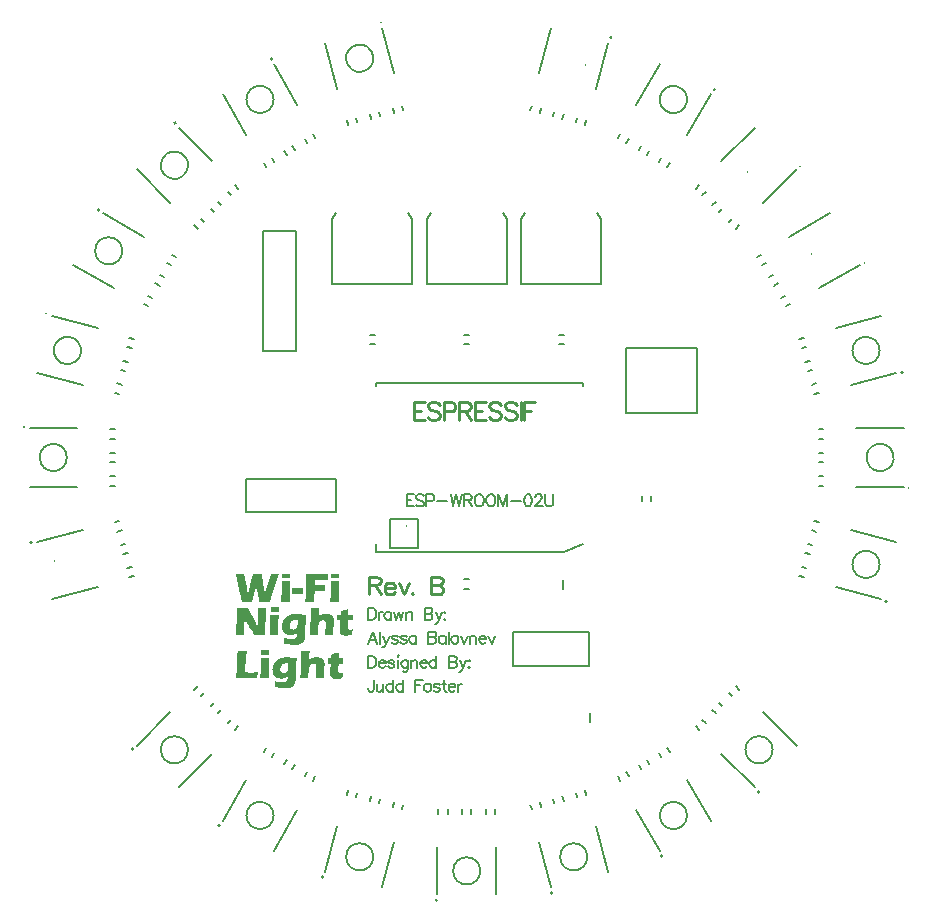
<source format=gbr>
%TF.GenerationSoftware,Altium Limited,Altium Designer,21.6.4 (81)*%
G04 Layer_Color=65535*
%FSLAX45Y45*%
%MOMM*%
%TF.SameCoordinates,213DF370-AA75-4346-93E6-04E6A5F56B15*%
%TF.FilePolarity,Positive*%
%TF.FileFunction,Legend,Top*%
%TF.Part,Single*%
G01*
G75*
%TA.AperFunction,NonConductor*%
%ADD67C,0.15000*%
%ADD68C,0.20000*%
%ADD69C,0.25000*%
G36*
X-1076684Y-983429D02*
Y-983800D01*
X-1077054Y-986392D01*
Y-988984D01*
X-1077425Y-991947D01*
X-1078536Y-1013056D01*
Y-1013426D01*
Y-1013797D01*
Y-1014908D01*
Y-1016389D01*
Y-1019722D01*
Y-1024166D01*
X-1145566D01*
Y-1023796D01*
Y-1023425D01*
Y-1022314D01*
Y-1020833D01*
X-1145196Y-1017130D01*
Y-1012686D01*
Y-1007501D01*
X-1144825Y-1002316D01*
Y-997132D01*
Y-992317D01*
Y-991577D01*
Y-989725D01*
Y-987133D01*
Y-983059D01*
X-1132975D01*
X-1127420Y-983429D01*
X-1088164D01*
X-1082239Y-983059D01*
X-1076684D01*
Y-983429D01*
D02*
G37*
G36*
X-1493308Y-983430D02*
Y-983800D01*
X-1493678Y-986392D01*
Y-988985D01*
X-1494048Y-991947D01*
X-1495159Y-1013056D01*
Y-1013426D01*
Y-1013797D01*
Y-1014908D01*
Y-1016389D01*
Y-1019722D01*
Y-1024166D01*
X-1562189D01*
Y-1023796D01*
Y-1023425D01*
Y-1022314D01*
Y-1020833D01*
X-1561819Y-1017130D01*
Y-1012686D01*
Y-1007501D01*
X-1561449Y-1002317D01*
Y-997132D01*
Y-992318D01*
Y-991577D01*
Y-989725D01*
Y-987133D01*
Y-983059D01*
X-1549598D01*
X-1544043Y-983430D01*
X-1504788D01*
X-1498863Y-983059D01*
X-1493308D01*
Y-983430D01*
D02*
G37*
G36*
X-1175192Y-987503D02*
Y-988984D01*
X-1175563Y-990836D01*
Y-993428D01*
X-1175933Y-996391D01*
Y-1000094D01*
X-1176674Y-1008242D01*
X-1177044Y-1016759D01*
X-1177785Y-1024907D01*
Y-1028980D01*
X-1178155Y-1032683D01*
Y-1035646D01*
Y-1038238D01*
X-1192968Y-1037498D01*
X-1284070Y-1037498D01*
X-1285551Y-1077864D01*
X-1260739Y-1078235D01*
X-1212966Y-1078234D01*
X-1205189Y-1077864D01*
X-1196672D01*
Y-1078234D01*
Y-1079345D01*
X-1197042Y-1080827D01*
Y-1083049D01*
Y-1086011D01*
X-1197412Y-1088974D01*
X-1197783Y-1096381D01*
X-1198153Y-1104528D01*
X-1198523Y-1112675D01*
X-1198894Y-1121193D01*
Y-1128599D01*
X-1201486D01*
X-1203338Y-1128229D01*
X-1208152D01*
X-1214077Y-1127859D01*
X-1220743D01*
X-1227409Y-1127489D01*
X-1253703D01*
X-1261109Y-1127859D01*
X-1269627D01*
X-1278885Y-1128229D01*
X-1288514Y-1128600D01*
X-1290366Y-1190075D01*
Y-1212665D01*
Y-1220072D01*
X-1367024D01*
Y-1219701D01*
Y-1218590D01*
X-1366654Y-1216739D01*
X-1366284Y-1214517D01*
Y-1211554D01*
X-1365913Y-1208221D01*
X-1365543Y-1204147D01*
X-1365173Y-1200074D01*
X-1364432Y-1191186D01*
X-1363691Y-1181928D01*
X-1362951Y-1173040D01*
X-1362210Y-1164522D01*
Y-1164152D01*
Y-1163041D01*
X-1361840Y-1161189D01*
Y-1158967D01*
X-1361469Y-1155634D01*
Y-1151931D01*
X-1361099Y-1147487D01*
X-1360729Y-1142302D01*
Y-1136377D01*
X-1360358Y-1130081D01*
X-1359988Y-1123045D01*
X-1359618Y-1115268D01*
X-1359247Y-1107120D01*
X-1358877Y-1098603D01*
X-1358507Y-1089345D01*
X-1358136Y-1079346D01*
Y-1078605D01*
Y-1077124D01*
Y-1074161D01*
X-1357766Y-1070458D01*
Y-1066014D01*
X-1357396Y-1061199D01*
Y-1055644D01*
X-1357025Y-1049719D01*
Y-1037498D01*
X-1356655Y-1025277D01*
X-1356285Y-1019722D01*
Y-1014537D01*
Y-1010093D01*
Y-1006020D01*
Y-987133D01*
X-1325177D01*
X-1318141Y-987503D01*
X-1205930Y-987503D01*
X-1190746Y-987133D01*
X-1175192D01*
Y-987503D01*
D02*
G37*
G36*
X-1656254Y-1185631D02*
X-1666993Y-1220072D01*
X-1755873D01*
X-1759947Y-1196741D01*
X-1775130Y-1115638D01*
Y-1115268D01*
Y-1114527D01*
X-1775501Y-1113046D01*
X-1775871Y-1110824D01*
X-1776612Y-1106009D01*
X-1777352Y-1100454D01*
Y-1100084D01*
Y-1098973D01*
X-1777723Y-1097122D01*
X-1778093Y-1094529D01*
X-1778463Y-1091196D01*
X-1778834Y-1087123D01*
X-1779204Y-1081938D01*
X-1779945Y-1076383D01*
X-1785870Y-1102676D01*
Y-1103047D01*
X-1786240Y-1104158D01*
X-1786611Y-1106009D01*
X-1787351Y-1108231D01*
X-1788092Y-1110824D01*
X-1788833Y-1113786D01*
X-1790314Y-1120452D01*
X-1817718Y-1220072D01*
X-1903265D01*
X-1909190Y-1188964D01*
Y-1188594D01*
X-1909561Y-1186742D01*
X-1909931Y-1184520D01*
X-1910672Y-1180817D01*
X-1911783Y-1176373D01*
X-1912894Y-1171188D01*
X-1914005Y-1164892D01*
X-1915486Y-1157856D01*
X-1943261Y-1030462D01*
X-1953260Y-987133D01*
X-1940669D01*
X-1935484Y-987503D01*
X-1897340D01*
X-1891044Y-987133D01*
X-1883638D01*
Y-987503D01*
X-1883267Y-988244D01*
Y-989725D01*
X-1882897Y-991577D01*
X-1882527Y-994169D01*
X-1882156Y-996762D01*
X-1881045Y-1002687D01*
X-1879934Y-1009353D01*
X-1878453Y-1016389D01*
X-1877342Y-1022685D01*
X-1876231Y-1028240D01*
X-1862158Y-1096751D01*
Y-1097122D01*
X-1861788Y-1097862D01*
Y-1098973D01*
X-1861418Y-1100825D01*
X-1861047Y-1103047D01*
X-1860307Y-1105269D01*
X-1859936Y-1108602D01*
X-1859196Y-1111935D01*
X-1858455Y-1115638D01*
X-1857714Y-1119712D01*
X-1856233Y-1128970D01*
X-1854011Y-1139339D01*
X-1852159Y-1150820D01*
X-1846604Y-1127118D01*
X-1826236Y-1048238D01*
X-1812164Y-987133D01*
X-1798461D01*
X-1792166Y-987503D01*
X-1748837D01*
X-1741430Y-987133D01*
X-1733283D01*
X-1722543Y-1058977D01*
X-1707730Y-1150449D01*
X-1701064Y-1125637D01*
Y-1125267D01*
X-1700694Y-1124526D01*
X-1700323Y-1123045D01*
X-1699953Y-1121563D01*
X-1698842Y-1117119D01*
X-1697361Y-1112305D01*
Y-1111935D01*
X-1696990Y-1110824D01*
X-1696250Y-1108972D01*
X-1695509Y-1106380D01*
X-1694028Y-1103047D01*
X-1692546Y-1098232D01*
X-1690695Y-1092678D01*
X-1688473Y-1086012D01*
X-1667734Y-1020463D01*
X-1658105Y-987133D01*
X-1645884D01*
X-1640700Y-987503D01*
X-1603296D01*
X-1597001Y-987133D01*
X-1589964D01*
X-1656254Y-1185631D01*
D02*
G37*
G36*
X-1077054Y-1046386D02*
Y-1047497D01*
X-1077425Y-1048978D01*
Y-1051570D01*
X-1077795Y-1054163D01*
X-1078165Y-1057496D01*
X-1078536Y-1061199D01*
Y-1065273D01*
X-1079276Y-1074161D01*
X-1080017Y-1083419D01*
X-1080758Y-1093048D01*
X-1081498Y-1102676D01*
Y-1103047D01*
Y-1103787D01*
Y-1105269D01*
Y-1106750D01*
X-1081869Y-1109342D01*
Y-1111935D01*
Y-1114897D01*
Y-1118230D01*
X-1082239Y-1126007D01*
Y-1134895D01*
X-1082609Y-1144524D01*
Y-1154523D01*
Y-1154893D01*
Y-1156745D01*
Y-1158967D01*
Y-1162300D01*
Y-1166373D01*
X-1082980Y-1170817D01*
Y-1175632D01*
Y-1180816D01*
Y-1191926D01*
X-1083350Y-1202666D01*
Y-1207851D01*
Y-1212295D01*
Y-1216368D01*
Y-1220071D01*
X-1156306D01*
Y-1219701D01*
Y-1218960D01*
X-1155935Y-1218220D01*
Y-1216738D01*
X-1155565Y-1212665D01*
X-1155195Y-1207851D01*
X-1154454Y-1202666D01*
X-1154084Y-1197111D01*
X-1153343Y-1191186D01*
X-1152973Y-1186001D01*
Y-1185260D01*
X-1152602Y-1183409D01*
Y-1180816D01*
X-1152232Y-1176743D01*
X-1151862Y-1171558D01*
X-1151491Y-1166003D01*
X-1151121Y-1158967D01*
X-1150751Y-1151560D01*
Y-1151190D01*
Y-1150449D01*
Y-1149338D01*
X-1150380Y-1147857D01*
Y-1146005D01*
Y-1143413D01*
X-1150010Y-1137858D01*
X-1149640Y-1130821D01*
Y-1123044D01*
X-1149269Y-1114527D01*
X-1148899Y-1105269D01*
Y-1104898D01*
Y-1104158D01*
Y-1102676D01*
Y-1100825D01*
X-1148529Y-1098232D01*
Y-1095270D01*
Y-1091937D01*
Y-1088233D01*
Y-1084160D01*
X-1148158Y-1079716D01*
Y-1069346D01*
X-1147788Y-1058236D01*
Y-1046015D01*
X-1134826D01*
X-1129271Y-1046386D01*
X-1092238D01*
X-1085202Y-1046015D01*
X-1077054D01*
Y-1046386D01*
D02*
G37*
G36*
X-1493678Y-1046386D02*
Y-1047497D01*
X-1494048Y-1048978D01*
Y-1051571D01*
X-1494419Y-1054163D01*
X-1494789Y-1057496D01*
X-1495159Y-1061199D01*
Y-1065273D01*
X-1495900Y-1074161D01*
X-1496641Y-1083419D01*
X-1497381Y-1093048D01*
X-1498122Y-1102676D01*
Y-1103047D01*
Y-1103787D01*
Y-1105269D01*
Y-1106750D01*
X-1498492Y-1109342D01*
Y-1111935D01*
Y-1114897D01*
Y-1118230D01*
X-1498863Y-1126007D01*
Y-1134895D01*
X-1499233Y-1144524D01*
Y-1154523D01*
Y-1154893D01*
Y-1156745D01*
Y-1158967D01*
Y-1162300D01*
Y-1166374D01*
X-1499603Y-1170818D01*
Y-1175632D01*
Y-1180817D01*
Y-1191926D01*
X-1499974Y-1202666D01*
Y-1207851D01*
Y-1212295D01*
Y-1216368D01*
Y-1220072D01*
X-1572929D01*
Y-1219701D01*
Y-1218961D01*
X-1572559Y-1218220D01*
Y-1216739D01*
X-1572188Y-1212665D01*
X-1571818Y-1207851D01*
X-1571077Y-1202666D01*
X-1570707Y-1197111D01*
X-1569966Y-1191186D01*
X-1569596Y-1186001D01*
Y-1185261D01*
X-1569226Y-1183409D01*
Y-1180817D01*
X-1568855Y-1176743D01*
X-1568485Y-1171558D01*
X-1568115Y-1166003D01*
X-1567744Y-1158967D01*
X-1567374Y-1151560D01*
Y-1151190D01*
Y-1150449D01*
Y-1149338D01*
X-1567004Y-1147857D01*
Y-1146005D01*
Y-1143413D01*
X-1566633Y-1137858D01*
X-1566263Y-1130822D01*
Y-1123045D01*
X-1565893Y-1114527D01*
X-1565522Y-1105269D01*
Y-1104898D01*
Y-1104158D01*
Y-1102676D01*
Y-1100825D01*
X-1565152Y-1098232D01*
Y-1095270D01*
Y-1091937D01*
Y-1088234D01*
Y-1084160D01*
X-1564782Y-1079716D01*
Y-1069347D01*
X-1564411Y-1058237D01*
Y-1046016D01*
X-1551450D01*
X-1545895Y-1046386D01*
X-1508862D01*
X-1501825Y-1046016D01*
X-1493678D01*
Y-1046386D01*
D02*
G37*
G36*
X-1384430Y-1106009D02*
Y-1106750D01*
X-1384800Y-1107861D01*
Y-1109342D01*
Y-1111564D01*
X-1385171Y-1114157D01*
X-1385541Y-1119712D01*
X-1385911Y-1127118D01*
X-1386282Y-1134895D01*
X-1386652Y-1143783D01*
X-1387022Y-1153042D01*
X-1395910D01*
X-1401836Y-1152671D01*
X-1461459D01*
X-1469606Y-1153042D01*
X-1478494D01*
Y-1152671D01*
Y-1151931D01*
Y-1150449D01*
X-1478124Y-1148968D01*
Y-1146746D01*
X-1477754Y-1144154D01*
X-1477383Y-1137858D01*
X-1477013Y-1130451D01*
X-1476643Y-1122674D01*
Y-1114157D01*
X-1476272Y-1105639D01*
X-1469977D01*
X-1467384Y-1106009D01*
X-1454423D01*
X-1446646Y-1106380D01*
X-1416279D01*
X-1409613Y-1106009D01*
X-1393318D01*
X-1384430Y-1105639D01*
Y-1106009D01*
D02*
G37*
G36*
X-1590335Y-1267030D02*
Y-1267400D01*
X-1590705Y-1269992D01*
Y-1272585D01*
X-1591075Y-1275547D01*
X-1592186Y-1296656D01*
Y-1297027D01*
Y-1297397D01*
Y-1298508D01*
Y-1299989D01*
Y-1303322D01*
Y-1307766D01*
X-1659216D01*
Y-1307396D01*
Y-1307026D01*
Y-1305915D01*
Y-1304433D01*
X-1658846Y-1300730D01*
Y-1296286D01*
Y-1291101D01*
X-1658476Y-1285917D01*
Y-1280732D01*
Y-1275918D01*
Y-1275177D01*
Y-1273325D01*
Y-1270733D01*
Y-1266659D01*
X-1646625D01*
X-1641070Y-1267030D01*
X-1601815D01*
X-1595890Y-1266659D01*
X-1590335D01*
Y-1267030D01*
D02*
G37*
G36*
X-1252592Y-1312210D02*
Y-1312581D01*
X-1252962Y-1314432D01*
Y-1317025D01*
X-1253333Y-1321469D01*
X-1253703Y-1324061D01*
Y-1327024D01*
X-1254073Y-1330356D01*
X-1254444Y-1334060D01*
Y-1338504D01*
X-1254814Y-1343318D01*
X-1255184Y-1348503D01*
X-1255555Y-1354058D01*
X-1255184Y-1353687D01*
X-1254444Y-1352947D01*
X-1253333Y-1351465D01*
X-1252222Y-1349984D01*
X-1249259Y-1346281D01*
X-1247778Y-1344799D01*
X-1246296Y-1343318D01*
X-1245556Y-1342577D01*
X-1243704Y-1341096D01*
X-1241112Y-1339244D01*
X-1238149Y-1337022D01*
X-1237779D01*
X-1237408Y-1336282D01*
X-1235186Y-1335171D01*
X-1232594Y-1333319D01*
X-1229261Y-1331838D01*
X-1228891D01*
X-1228520Y-1331467D01*
X-1226298Y-1330356D01*
X-1222965Y-1329245D01*
X-1218892Y-1328134D01*
X-1218521D01*
X-1217781Y-1327764D01*
X-1216670D01*
X-1215188Y-1327394D01*
X-1210744Y-1326653D01*
X-1205930Y-1325912D01*
X-1205560D01*
X-1204819Y-1325542D01*
X-1203338D01*
X-1201486Y-1325172D01*
X-1196672Y-1324801D01*
X-1185932D01*
X-1182229Y-1325172D01*
X-1178155Y-1325542D01*
X-1173341Y-1326283D01*
X-1163342Y-1328134D01*
X-1162601D01*
X-1161120Y-1328875D01*
X-1158528Y-1329616D01*
X-1155195Y-1330727D01*
X-1151491Y-1332208D01*
X-1147788Y-1334430D01*
X-1143714Y-1336652D01*
X-1140011Y-1339615D01*
X-1139641Y-1339985D01*
X-1138530Y-1341096D01*
X-1136678Y-1342577D01*
X-1134826Y-1344799D01*
X-1132604Y-1347762D01*
X-1130382Y-1350725D01*
X-1128531Y-1354057D01*
X-1127049Y-1357761D01*
Y-1358131D01*
X-1126309Y-1359612D01*
X-1125938Y-1361464D01*
X-1125198Y-1364056D01*
X-1124457Y-1367389D01*
X-1124087Y-1371093D01*
X-1123346Y-1375166D01*
Y-1379610D01*
Y-1379981D01*
Y-1380351D01*
Y-1381462D01*
Y-1382943D01*
Y-1386647D01*
X-1123716Y-1391831D01*
Y-1392202D01*
Y-1393313D01*
Y-1394794D01*
X-1124087Y-1397016D01*
Y-1399608D01*
X-1124457Y-1402941D01*
Y-1406645D01*
X-1124827Y-1410718D01*
X-1128901Y-1468120D01*
Y-1468490D01*
Y-1469971D01*
Y-1471823D01*
X-1129271Y-1474415D01*
Y-1480341D01*
X-1129642Y-1486266D01*
Y-1486636D01*
Y-1487377D01*
Y-1488858D01*
Y-1491080D01*
Y-1493673D01*
Y-1496635D01*
Y-1499968D01*
Y-1503672D01*
X-1200375D01*
Y-1503301D01*
Y-1502561D01*
X-1200005Y-1501450D01*
Y-1499598D01*
X-1199634Y-1497376D01*
X-1199264Y-1495154D01*
Y-1492191D01*
X-1198894Y-1488858D01*
X-1198153Y-1481081D01*
X-1197412Y-1472193D01*
X-1196301Y-1462565D01*
X-1195561Y-1451825D01*
Y-1451455D01*
Y-1450344D01*
X-1195190Y-1448862D01*
Y-1447011D01*
X-1194820Y-1444418D01*
Y-1441826D01*
X-1194079Y-1435160D01*
X-1193709Y-1428124D01*
X-1193339Y-1420717D01*
X-1192968Y-1413681D01*
Y-1407756D01*
Y-1407385D01*
Y-1407015D01*
Y-1405163D01*
X-1193339Y-1402201D01*
X-1193709Y-1398868D01*
X-1194820Y-1395164D01*
X-1195931Y-1391461D01*
X-1197783Y-1387758D01*
X-1200005Y-1385165D01*
X-1200375Y-1384795D01*
X-1201116Y-1384054D01*
X-1202597Y-1382943D01*
X-1204819Y-1381832D01*
X-1207411Y-1380721D01*
X-1210374Y-1379610D01*
X-1213707Y-1378870D01*
X-1217781Y-1378499D01*
X-1219262D01*
X-1221114Y-1378870D01*
X-1223706D01*
X-1229261Y-1380351D01*
X-1232224Y-1381462D01*
X-1235186Y-1382944D01*
X-1235557D01*
X-1236297Y-1383684D01*
X-1237779Y-1384425D01*
X-1239260Y-1385536D01*
X-1242963Y-1388869D01*
X-1245185Y-1391091D01*
X-1247037Y-1393683D01*
Y-1394054D01*
X-1247778Y-1394794D01*
X-1248518Y-1396276D01*
X-1249629Y-1398498D01*
X-1250740Y-1401090D01*
X-1251851Y-1404053D01*
X-1253333Y-1407756D01*
X-1254444Y-1412200D01*
Y-1412941D01*
X-1254814Y-1414792D01*
X-1255555Y-1418125D01*
X-1256295Y-1422939D01*
X-1257036Y-1428865D01*
X-1258147Y-1436271D01*
X-1258887Y-1444789D01*
X-1259628Y-1454788D01*
Y-1455529D01*
Y-1456269D01*
Y-1457751D01*
X-1259998Y-1459232D01*
Y-1461454D01*
Y-1464046D01*
X-1260369Y-1466639D01*
Y-1469972D01*
X-1260739Y-1473675D01*
Y-1477378D01*
X-1261109Y-1481822D01*
Y-1486637D01*
X-1261480Y-1491821D01*
Y-1497747D01*
X-1261850Y-1503672D01*
X-1330732D01*
Y-1503302D01*
Y-1502561D01*
X-1330362Y-1501080D01*
Y-1499598D01*
X-1329991Y-1497376D01*
Y-1494784D01*
X-1329251Y-1488859D01*
X-1328510Y-1482563D01*
X-1328140Y-1475527D01*
X-1327399Y-1468490D01*
X-1327029Y-1462195D01*
Y-1461824D01*
Y-1460713D01*
X-1326658Y-1458862D01*
Y-1456269D01*
X-1326288Y-1452936D01*
Y-1448863D01*
X-1325918Y-1444419D01*
X-1325547Y-1439234D01*
X-1325177Y-1433679D01*
X-1324807Y-1427383D01*
X-1324436Y-1421088D01*
X-1324066Y-1414052D01*
X-1323696Y-1406645D01*
X-1323325Y-1398868D01*
X-1322214Y-1382203D01*
Y-1381833D01*
Y-1380722D01*
Y-1379240D01*
X-1321844Y-1377018D01*
Y-1374426D01*
Y-1371093D01*
X-1321474Y-1367760D01*
Y-1363686D01*
X-1321103Y-1355169D01*
X-1320733Y-1345170D01*
X-1320363Y-1335171D01*
X-1319992Y-1324802D01*
Y-1324431D01*
Y-1323691D01*
Y-1322209D01*
Y-1319987D01*
Y-1317395D01*
X-1319622Y-1314432D01*
Y-1311470D01*
Y-1307766D01*
Y-1299249D01*
X-1319252Y-1290361D01*
Y-1280732D01*
Y-1270733D01*
X-1306660D01*
X-1301105Y-1271103D01*
X-1261480D01*
X-1248889Y-1270733D01*
X-1252592Y-1312210D01*
D02*
G37*
G36*
X-1702545Y-1321839D02*
X-1710322Y-1462935D01*
X-1711063Y-1503672D01*
X-1797721D01*
Y-1503302D01*
X-1798091Y-1502931D01*
X-1799202Y-1501080D01*
X-1800683Y-1498117D01*
X-1802535Y-1494414D01*
X-1806609Y-1486637D01*
X-1808831Y-1482933D01*
X-1810682Y-1479600D01*
X-1839198Y-1431087D01*
Y-1430716D01*
X-1839938Y-1429976D01*
X-1840679Y-1428865D01*
X-1841420Y-1427013D01*
X-1842901Y-1424791D01*
X-1844012Y-1422199D01*
X-1847345Y-1416274D01*
X-1851419Y-1409237D01*
X-1855863Y-1401460D01*
X-1860307Y-1393313D01*
X-1864751Y-1385166D01*
X-1865121Y-1384425D01*
X-1866232Y-1382573D01*
X-1867713Y-1379981D01*
X-1869565Y-1376278D01*
X-1872157Y-1371834D01*
X-1874750Y-1366649D01*
X-1877712Y-1360724D01*
X-1881045Y-1354798D01*
X-1884378Y-1435531D01*
X-1885860Y-1503672D01*
X-1953260D01*
X-1949927Y-1468120D01*
X-1943631Y-1346651D01*
X-1941409Y-1297397D01*
Y-1270733D01*
X-1925855D01*
X-1918449Y-1271103D01*
X-1871787D01*
X-1863640Y-1270733D01*
X-1854381D01*
X-1781426Y-1403312D01*
X-1771427Y-1422939D01*
Y-1422569D01*
Y-1421458D01*
X-1771057Y-1419977D01*
Y-1417755D01*
Y-1414792D01*
X-1770686Y-1411089D01*
Y-1407015D01*
X-1770316Y-1402201D01*
X-1769946Y-1396646D01*
X-1769575Y-1390721D01*
Y-1384055D01*
X-1769205Y-1377018D01*
X-1768835Y-1369241D01*
X-1768464Y-1360724D01*
X-1768094Y-1351836D01*
X-1767724Y-1342577D01*
Y-1341837D01*
Y-1340355D01*
Y-1337763D01*
X-1767353Y-1334060D01*
Y-1329986D01*
X-1766983Y-1325172D01*
Y-1319987D01*
X-1766613Y-1314062D01*
Y-1302211D01*
X-1766242Y-1290361D01*
X-1765872Y-1284806D01*
Y-1279621D01*
Y-1274807D01*
Y-1270733D01*
X-1753651D01*
X-1748466Y-1271103D01*
X-1715507D01*
X-1711804Y-1270733D01*
X-1698472D01*
X-1702545Y-1321839D01*
D02*
G37*
G36*
X-1590705Y-1329986D02*
Y-1331097D01*
X-1591075Y-1332578D01*
Y-1335171D01*
X-1591446Y-1337763D01*
X-1591816Y-1341096D01*
X-1592186Y-1344799D01*
Y-1348873D01*
X-1592927Y-1357761D01*
X-1593668Y-1367019D01*
X-1594408Y-1376648D01*
X-1595149Y-1386277D01*
Y-1386647D01*
Y-1387388D01*
Y-1388869D01*
Y-1390350D01*
X-1595519Y-1392943D01*
Y-1395535D01*
Y-1398498D01*
Y-1401831D01*
X-1595890Y-1409608D01*
Y-1418496D01*
X-1596260Y-1428124D01*
Y-1438123D01*
Y-1438493D01*
Y-1440345D01*
Y-1442567D01*
Y-1445900D01*
Y-1449974D01*
X-1596630Y-1454418D01*
Y-1459232D01*
Y-1464417D01*
Y-1475527D01*
X-1597001Y-1486266D01*
Y-1491451D01*
Y-1495895D01*
Y-1499969D01*
Y-1503672D01*
X-1669956D01*
Y-1503302D01*
Y-1502561D01*
X-1669586Y-1501820D01*
Y-1500339D01*
X-1669215Y-1496265D01*
X-1668845Y-1491451D01*
X-1668104Y-1486266D01*
X-1667734Y-1480711D01*
X-1666993Y-1474786D01*
X-1666623Y-1469601D01*
Y-1468861D01*
X-1666253Y-1467009D01*
Y-1464417D01*
X-1665882Y-1460343D01*
X-1665512Y-1455158D01*
X-1665142Y-1449603D01*
X-1664771Y-1442567D01*
X-1664401Y-1435160D01*
Y-1434790D01*
Y-1434049D01*
Y-1432938D01*
X-1664031Y-1431457D01*
Y-1429605D01*
Y-1427013D01*
X-1663660Y-1421458D01*
X-1663290Y-1414422D01*
Y-1406645D01*
X-1662920Y-1398127D01*
X-1662549Y-1388869D01*
Y-1388499D01*
Y-1387758D01*
Y-1386277D01*
Y-1384425D01*
X-1662179Y-1381833D01*
Y-1378870D01*
Y-1375537D01*
Y-1371834D01*
Y-1367760D01*
X-1661809Y-1363316D01*
Y-1352947D01*
X-1661438Y-1341837D01*
Y-1329616D01*
X-1648477D01*
X-1642922Y-1329986D01*
X-1605889D01*
X-1598852Y-1329616D01*
X-1590705D01*
Y-1329986D01*
D02*
G37*
G36*
X-1001507Y-1284435D02*
Y-1285176D01*
Y-1286287D01*
X-1001877Y-1288138D01*
Y-1289990D01*
Y-1292582D01*
X-1002247Y-1298508D01*
X-1002618Y-1305914D01*
X-1002988Y-1314062D01*
Y-1322950D01*
X-1003358Y-1332208D01*
X-964474D01*
Y-1332578D01*
Y-1333689D01*
Y-1335541D01*
X-964844Y-1338133D01*
Y-1340726D01*
Y-1344059D01*
X-965214Y-1351465D01*
X-965585Y-1359612D01*
Y-1367019D01*
X-965955Y-1370722D01*
Y-1374055D01*
Y-1377018D01*
Y-1379240D01*
X-1005210D01*
X-1007432Y-1421828D01*
Y-1422199D01*
Y-1423310D01*
Y-1425161D01*
Y-1427013D01*
X-1007802Y-1431087D01*
Y-1432938D01*
Y-1434049D01*
Y-1434420D01*
Y-1435531D01*
Y-1437012D01*
X-1007432Y-1438864D01*
X-1007062Y-1443308D01*
X-1005951Y-1447751D01*
Y-1448122D01*
X-1005580Y-1448492D01*
X-1004469Y-1450714D01*
X-1002618Y-1453306D01*
X-999655Y-1455528D01*
X-999285D01*
X-998914Y-1455899D01*
X-996692Y-1456639D01*
X-993359Y-1457380D01*
X-989286Y-1457750D01*
X-984101D01*
X-980768Y-1457380D01*
X-980028D01*
X-978917Y-1457010D01*
X-977065Y-1456639D01*
X-974843Y-1455899D01*
X-972251Y-1455158D01*
X-968918Y-1454417D01*
X-964844Y-1453306D01*
Y-1454047D01*
X-965214Y-1455899D01*
X-965955Y-1458861D01*
X-966696Y-1462565D01*
X-967807Y-1466638D01*
X-968547Y-1471453D01*
X-970399Y-1481822D01*
X-973732Y-1502561D01*
X-974473D01*
X-976695Y-1502931D01*
X-979657Y-1503672D01*
X-983360Y-1504412D01*
X-987804Y-1505153D01*
X-992248Y-1505894D01*
X-996322Y-1506634D01*
X-1000396Y-1507005D01*
X-1001877D01*
X-1003729Y-1507375D01*
X-1006321D01*
X-1009284Y-1507745D01*
X-1012246D01*
X-1018912Y-1508116D01*
X-1024097D01*
X-1027430Y-1507745D01*
X-1031504Y-1507375D01*
X-1035948Y-1507005D01*
X-1044836Y-1505523D01*
X-1045206D01*
X-1046687Y-1505153D01*
X-1048909Y-1504412D01*
X-1051502Y-1503672D01*
X-1057427Y-1501079D01*
X-1060760Y-1499228D01*
X-1063723Y-1497006D01*
X-1064093Y-1496635D01*
X-1064834Y-1495895D01*
X-1066315Y-1494413D01*
X-1067796Y-1492562D01*
X-1069278Y-1490340D01*
X-1071129Y-1487747D01*
X-1072611Y-1484785D01*
X-1073721Y-1481822D01*
Y-1481452D01*
X-1074092Y-1480341D01*
X-1074462Y-1478489D01*
X-1074832Y-1476267D01*
X-1075573Y-1473675D01*
X-1075943Y-1470712D01*
X-1076314Y-1463676D01*
Y-1463305D01*
Y-1462194D01*
Y-1460343D01*
Y-1457750D01*
Y-1457380D01*
Y-1456639D01*
Y-1455528D01*
Y-1453677D01*
X-1075943Y-1451084D01*
Y-1447751D01*
X-1075573Y-1443308D01*
X-1075203Y-1438123D01*
X-1071129Y-1379240D01*
X-1097793D01*
Y-1378870D01*
Y-1377018D01*
X-1097423Y-1374426D01*
Y-1371093D01*
X-1097052Y-1366649D01*
X-1096682Y-1361094D01*
Y-1355168D01*
X-1096312Y-1348132D01*
X-1095941Y-1332208D01*
X-1067426D01*
Y-1331838D01*
X-1067056Y-1330727D01*
Y-1328505D01*
X-1066685Y-1324801D01*
X-1066315Y-1320357D01*
X-1065945Y-1317395D01*
Y-1314432D01*
X-1065574Y-1310729D01*
X-1065204Y-1307025D01*
Y-1302581D01*
X-1064834Y-1297767D01*
X-1035577Y-1292212D01*
X-1035207D01*
X-1034096Y-1291842D01*
X-1031874Y-1291101D01*
X-1028541Y-1290360D01*
X-1023727Y-1289249D01*
X-1021134Y-1288879D01*
X-1017801Y-1288138D01*
X-1014468Y-1287027D01*
X-1010395Y-1286287D01*
X-1006321Y-1285176D01*
X-1001507Y-1284065D01*
Y-1284435D01*
D02*
G37*
G36*
X-1435906Y-1325542D02*
X-1430722D01*
X-1425167Y-1325913D01*
X-1418871Y-1326283D01*
X-1411835Y-1327024D01*
X-1411094D01*
X-1409983Y-1327394D01*
X-1408502D01*
X-1406280Y-1327764D01*
X-1404058D01*
X-1401465Y-1328135D01*
X-1398132Y-1328505D01*
X-1394799Y-1329245D01*
X-1390726Y-1329616D01*
X-1386652Y-1330356D01*
X-1381838Y-1331097D01*
X-1371839Y-1332578D01*
X-1359988Y-1334800D01*
X-1364062Y-1391091D01*
X-1367765Y-1452936D01*
Y-1453307D01*
Y-1454047D01*
Y-1455158D01*
Y-1456640D01*
X-1368135Y-1460343D01*
Y-1463676D01*
X-1369246Y-1518855D01*
Y-1519226D01*
Y-1520707D01*
X-1369617Y-1522559D01*
Y-1525151D01*
X-1369987Y-1528114D01*
X-1370357Y-1531817D01*
X-1371839Y-1538853D01*
Y-1539224D01*
X-1372209Y-1540335D01*
X-1372579Y-1542186D01*
X-1373320Y-1544038D01*
X-1375172Y-1549593D01*
X-1378134Y-1555148D01*
X-1378505Y-1555518D01*
X-1378875Y-1556259D01*
X-1379986Y-1557740D01*
X-1381097Y-1559592D01*
X-1384800Y-1563666D01*
X-1389244Y-1568110D01*
X-1389615Y-1568480D01*
X-1390355Y-1569221D01*
X-1391837Y-1570332D01*
X-1393688Y-1571813D01*
X-1396281Y-1573294D01*
X-1398873Y-1574776D01*
X-1405169Y-1577738D01*
X-1405539D01*
X-1406650Y-1578479D01*
X-1408502Y-1579220D01*
X-1411094Y-1579960D01*
X-1414427Y-1581071D01*
X-1418130Y-1582182D01*
X-1422204Y-1583293D01*
X-1426648Y-1584034D01*
X-1427389D01*
X-1428870Y-1584404D01*
X-1431462Y-1584775D01*
X-1435166Y-1585145D01*
X-1439239Y-1585886D01*
X-1444054Y-1586256D01*
X-1449238Y-1586626D01*
X-1459978D01*
X-1462940Y-1586256D01*
X-1466273D01*
X-1470347Y-1585886D01*
X-1474791Y-1585515D01*
X-1476643D01*
X-1479235Y-1585145D01*
X-1482198Y-1584775D01*
X-1485901D01*
X-1489975Y-1584404D01*
X-1499233Y-1583293D01*
X-1499603D01*
X-1501455Y-1582923D01*
X-1503677Y-1582553D01*
X-1506640Y-1582182D01*
X-1509973Y-1581812D01*
X-1513306Y-1581071D01*
X-1520712Y-1579960D01*
X-1521083D01*
X-1522194Y-1579590D01*
X-1524416Y-1579220D01*
X-1527008Y-1578849D01*
X-1530341Y-1578109D01*
X-1534415Y-1577368D01*
X-1538858Y-1576627D01*
X-1543673Y-1575516D01*
X-1545154Y-1552926D01*
Y-1552556D01*
Y-1551445D01*
Y-1549593D01*
Y-1547001D01*
X-1545524Y-1543297D01*
X-1545895Y-1538113D01*
X-1546265Y-1532187D01*
X-1546635Y-1524781D01*
X-1546265D01*
X-1545524Y-1525151D01*
X-1544413Y-1525521D01*
X-1542932Y-1525892D01*
X-1538858Y-1527373D01*
X-1533674Y-1528854D01*
X-1527749Y-1530706D01*
X-1521083Y-1532187D01*
X-1514417Y-1533669D01*
X-1508121Y-1535150D01*
X-1507380D01*
X-1505158Y-1535520D01*
X-1502196Y-1535891D01*
X-1498122Y-1536631D01*
X-1493678Y-1537002D01*
X-1488864Y-1537742D01*
X-1483679Y-1538113D01*
X-1475532D01*
X-1473310Y-1537742D01*
X-1468125Y-1537002D01*
X-1462570Y-1535891D01*
X-1462200D01*
X-1461459Y-1535520D01*
X-1459978Y-1535150D01*
X-1458126Y-1534409D01*
X-1454423Y-1532928D01*
X-1450719Y-1531076D01*
X-1450349D01*
X-1449979Y-1530706D01*
X-1448127Y-1528854D01*
X-1445535Y-1526632D01*
X-1443313Y-1523670D01*
Y-1523299D01*
X-1442572Y-1522929D01*
X-1441461Y-1520707D01*
X-1439980Y-1517744D01*
X-1438499Y-1513671D01*
Y-1513301D01*
X-1438128Y-1512560D01*
X-1437758Y-1511819D01*
X-1437388Y-1510338D01*
X-1436647Y-1506264D01*
X-1435906Y-1501450D01*
Y-1501080D01*
Y-1499969D01*
X-1435536Y-1498487D01*
Y-1496265D01*
X-1435166Y-1493673D01*
X-1434795Y-1490340D01*
Y-1486266D01*
X-1434425Y-1481822D01*
X-1434795Y-1482193D01*
X-1435536Y-1482933D01*
X-1436647Y-1484044D01*
X-1438499Y-1485526D01*
X-1442202Y-1488859D01*
X-1446275Y-1491821D01*
X-1446646D01*
X-1447016Y-1492562D01*
X-1448127Y-1492932D01*
X-1449608Y-1494043D01*
X-1453312Y-1495895D01*
X-1458126Y-1498487D01*
X-1458496D01*
X-1459237Y-1498858D01*
X-1460718Y-1499598D01*
X-1462570Y-1500339D01*
X-1465162Y-1501080D01*
X-1467755Y-1502191D01*
X-1473680Y-1503672D01*
X-1474050D01*
X-1475161Y-1504042D01*
X-1477013D01*
X-1479235Y-1504413D01*
X-1481827Y-1504783D01*
X-1484790D01*
X-1491456Y-1505153D01*
X-1495159D01*
X-1499233Y-1504783D01*
X-1504418Y-1504042D01*
X-1510713Y-1502561D01*
X-1517379Y-1501080D01*
X-1524045Y-1498487D01*
X-1530711Y-1495154D01*
X-1531452Y-1494784D01*
X-1533674Y-1493303D01*
X-1536637Y-1491081D01*
X-1540340Y-1487748D01*
X-1544413Y-1484044D01*
X-1548487Y-1479230D01*
X-1552561Y-1473675D01*
X-1556264Y-1467379D01*
Y-1467009D01*
X-1556634Y-1466639D01*
X-1557005Y-1465528D01*
X-1557745Y-1464046D01*
X-1558856Y-1460343D01*
X-1560338Y-1455529D01*
X-1562189Y-1449974D01*
X-1563300Y-1443308D01*
X-1564411Y-1435901D01*
X-1564782Y-1428124D01*
Y-1427754D01*
Y-1427013D01*
Y-1425532D01*
Y-1424050D01*
X-1564411Y-1421828D01*
Y-1419236D01*
X-1563671Y-1413311D01*
X-1562560Y-1406275D01*
X-1561078Y-1398868D01*
X-1558856Y-1391091D01*
X-1555894Y-1383684D01*
Y-1383314D01*
X-1555523Y-1382944D01*
X-1554783Y-1381833D01*
X-1554042Y-1380351D01*
X-1552190Y-1376648D01*
X-1549228Y-1371834D01*
X-1545524Y-1366649D01*
X-1540710Y-1361094D01*
X-1535526Y-1355539D01*
X-1529600Y-1349984D01*
X-1529230D01*
X-1528860Y-1349243D01*
X-1526638Y-1347762D01*
X-1522934Y-1345170D01*
X-1518490Y-1342207D01*
X-1512565Y-1339244D01*
X-1506269Y-1335911D01*
X-1499233Y-1332949D01*
X-1491826Y-1330727D01*
X-1491456D01*
X-1490715Y-1330356D01*
X-1489604D01*
X-1488123Y-1329986D01*
X-1486271Y-1329245D01*
X-1484049Y-1328875D01*
X-1478494Y-1327764D01*
X-1471458Y-1327024D01*
X-1463681Y-1325913D01*
X-1454793Y-1325542D01*
X-1445535Y-1325172D01*
X-1439980D01*
X-1435906Y-1325542D01*
D02*
G37*
G36*
X-1669956Y-1633584D02*
Y-1633955D01*
X-1670326Y-1636547D01*
Y-1639139D01*
X-1670697Y-1642102D01*
X-1671808Y-1663211D01*
Y-1663581D01*
Y-1663951D01*
Y-1665062D01*
Y-1666544D01*
Y-1669877D01*
Y-1674321D01*
X-1738838D01*
Y-1673950D01*
Y-1673580D01*
Y-1672469D01*
Y-1670988D01*
X-1738467Y-1667284D01*
Y-1662840D01*
Y-1657656D01*
X-1738097Y-1652471D01*
Y-1647287D01*
Y-1642472D01*
Y-1641732D01*
Y-1639880D01*
Y-1637288D01*
Y-1633214D01*
X-1726246D01*
X-1720692Y-1633584D01*
X-1681436D01*
X-1675511Y-1633214D01*
X-1669956D01*
Y-1633584D01*
D02*
G37*
G36*
X-1332213Y-1678765D02*
Y-1679135D01*
X-1332584Y-1680987D01*
Y-1683579D01*
X-1332954Y-1688023D01*
X-1333324Y-1690615D01*
Y-1693578D01*
X-1333695Y-1696911D01*
X-1334065Y-1700614D01*
Y-1705058D01*
X-1334435Y-1709873D01*
X-1334806Y-1715057D01*
X-1335176Y-1720612D01*
X-1334806Y-1720242D01*
X-1334065Y-1719501D01*
X-1332954Y-1718020D01*
X-1331843Y-1716539D01*
X-1328880Y-1712835D01*
X-1327399Y-1711354D01*
X-1325918Y-1709873D01*
X-1325177Y-1709132D01*
X-1323325Y-1707651D01*
X-1320733Y-1705799D01*
X-1317770Y-1703577D01*
X-1317400D01*
X-1317030Y-1702836D01*
X-1314808Y-1701725D01*
X-1312215Y-1699874D01*
X-1308882Y-1698392D01*
X-1308512D01*
X-1308142Y-1698022D01*
X-1305920Y-1696911D01*
X-1302587Y-1695800D01*
X-1298513Y-1694689D01*
X-1298143D01*
X-1297402Y-1694319D01*
X-1296291D01*
X-1294810Y-1693948D01*
X-1290366Y-1693208D01*
X-1285551Y-1692467D01*
X-1285181D01*
X-1284440Y-1692097D01*
X-1282959D01*
X-1281107Y-1691726D01*
X-1276293Y-1691356D01*
X-1265553D01*
X-1261850Y-1691726D01*
X-1257777Y-1692097D01*
X-1252962Y-1692837D01*
X-1242963Y-1694689D01*
X-1242223D01*
X-1240741Y-1695430D01*
X-1238149Y-1696170D01*
X-1234816Y-1697281D01*
X-1231113Y-1698763D01*
X-1227409Y-1700985D01*
X-1223336Y-1703206D01*
X-1219632Y-1706169D01*
X-1219262Y-1706539D01*
X-1218151Y-1707650D01*
X-1216299Y-1709132D01*
X-1214448Y-1711354D01*
X-1212226Y-1714316D01*
X-1210004Y-1717279D01*
X-1208152Y-1720612D01*
X-1206671Y-1724315D01*
Y-1724686D01*
X-1205930Y-1726167D01*
X-1205560Y-1728019D01*
X-1204819Y-1730611D01*
X-1204078Y-1733944D01*
X-1203708Y-1737647D01*
X-1202967Y-1741721D01*
Y-1746165D01*
Y-1746535D01*
Y-1746906D01*
Y-1748017D01*
Y-1749498D01*
Y-1753201D01*
X-1203338Y-1758386D01*
Y-1758756D01*
Y-1759867D01*
Y-1761349D01*
X-1203708Y-1763571D01*
Y-1766163D01*
X-1204078Y-1769496D01*
Y-1773199D01*
X-1204449Y-1777273D01*
X-1208522Y-1834674D01*
Y-1835045D01*
Y-1836526D01*
Y-1838378D01*
X-1208893Y-1840970D01*
Y-1846895D01*
X-1209263Y-1852821D01*
Y-1853191D01*
Y-1853932D01*
Y-1855413D01*
Y-1857635D01*
Y-1860227D01*
Y-1863190D01*
Y-1866523D01*
Y-1870226D01*
X-1279996Y-1870226D01*
Y-1869856D01*
Y-1869115D01*
X-1279626Y-1868004D01*
Y-1866153D01*
X-1279256Y-1863931D01*
X-1278885Y-1861709D01*
Y-1858746D01*
X-1278515Y-1855413D01*
X-1277774Y-1847636D01*
X-1277034Y-1838748D01*
X-1275923Y-1829120D01*
X-1275182Y-1818380D01*
Y-1818010D01*
Y-1816899D01*
X-1274812Y-1815417D01*
Y-1813566D01*
X-1274441Y-1810973D01*
Y-1808381D01*
X-1273701Y-1801715D01*
X-1273330Y-1794679D01*
X-1272960Y-1787272D01*
X-1272590Y-1780236D01*
Y-1774310D01*
Y-1773940D01*
Y-1773570D01*
Y-1771718D01*
X-1272960Y-1768755D01*
X-1273330Y-1765422D01*
X-1274441Y-1761719D01*
X-1275552Y-1758016D01*
X-1277404Y-1754312D01*
X-1279626Y-1751720D01*
X-1279996Y-1751350D01*
X-1280737Y-1750609D01*
X-1282218Y-1749498D01*
X-1284440Y-1748387D01*
X-1287033Y-1747276D01*
X-1289995Y-1746165D01*
X-1293328Y-1745424D01*
X-1297402Y-1745054D01*
X-1298883D01*
X-1300735Y-1745424D01*
X-1303327D01*
X-1308882Y-1746906D01*
X-1311845Y-1748017D01*
X-1314808Y-1749498D01*
X-1315178D01*
X-1315919Y-1750239D01*
X-1317400Y-1750979D01*
X-1318881Y-1752090D01*
X-1322585Y-1755423D01*
X-1324807Y-1757645D01*
X-1326658Y-1760238D01*
Y-1760608D01*
X-1327399Y-1761349D01*
X-1328140Y-1762830D01*
X-1329251Y-1765052D01*
X-1330362Y-1767644D01*
X-1331473Y-1770607D01*
X-1332954Y-1774310D01*
X-1334065Y-1778754D01*
Y-1779495D01*
X-1334435Y-1781347D01*
X-1335176Y-1784680D01*
X-1335917Y-1789494D01*
X-1336657Y-1795419D01*
X-1337768Y-1802826D01*
X-1338509Y-1811344D01*
X-1339250Y-1821343D01*
Y-1822083D01*
Y-1822824D01*
Y-1824305D01*
X-1339620Y-1825787D01*
Y-1828009D01*
Y-1830601D01*
X-1339990Y-1833193D01*
Y-1836526D01*
X-1340361Y-1840229D01*
Y-1843933D01*
X-1340731Y-1848377D01*
Y-1853191D01*
X-1341101Y-1858376D01*
Y-1864301D01*
X-1341472Y-1870226D01*
X-1410353D01*
Y-1869856D01*
Y-1869115D01*
X-1409983Y-1867634D01*
Y-1866153D01*
X-1409613Y-1863931D01*
Y-1861338D01*
X-1408872Y-1855413D01*
X-1408131Y-1849117D01*
X-1407761Y-1842081D01*
X-1407020Y-1835045D01*
X-1406650Y-1828749D01*
Y-1828379D01*
Y-1827268D01*
X-1406280Y-1825416D01*
Y-1822824D01*
X-1405909Y-1819491D01*
Y-1815417D01*
X-1405539Y-1810973D01*
X-1405169Y-1805789D01*
X-1404798Y-1800234D01*
X-1404428Y-1793938D01*
X-1404058Y-1787642D01*
X-1403687Y-1780606D01*
X-1403317Y-1773199D01*
X-1402947Y-1765422D01*
X-1401836Y-1748757D01*
Y-1748387D01*
Y-1747276D01*
Y-1745795D01*
X-1401465Y-1743573D01*
Y-1740981D01*
Y-1737648D01*
X-1401095Y-1734315D01*
Y-1730241D01*
X-1400725Y-1721723D01*
X-1400354Y-1711724D01*
X-1399984Y-1701725D01*
X-1399614Y-1691356D01*
Y-1690986D01*
Y-1690245D01*
Y-1688764D01*
Y-1686542D01*
Y-1683949D01*
X-1399243Y-1680987D01*
Y-1678024D01*
Y-1674321D01*
Y-1665803D01*
X-1398873Y-1656915D01*
Y-1647287D01*
Y-1637288D01*
X-1386282D01*
X-1380727Y-1637658D01*
X-1341101D01*
X-1328510Y-1637288D01*
X-1332213Y-1678765D01*
D02*
G37*
G36*
X-1868454Y-1699503D02*
X-1873639Y-1796160D01*
X-1874009Y-1819861D01*
X-1866973D01*
X-1864380Y-1820232D01*
X-1851789D01*
X-1845493Y-1820602D01*
X-1810682D01*
X-1799572Y-1820232D01*
X-1788092D01*
X-1777352Y-1819861D01*
X-1772168Y-1819491D01*
X-1767724D01*
X-1771427Y-1870226D01*
X-1953260D01*
Y-1869856D01*
X-1952890Y-1868375D01*
Y-1866523D01*
X-1952519Y-1863560D01*
X-1952149Y-1860227D01*
X-1951779Y-1856154D01*
X-1951408Y-1851710D01*
X-1951038Y-1846895D01*
X-1949927Y-1836526D01*
X-1949186Y-1825787D01*
X-1948075Y-1814677D01*
X-1947335Y-1804678D01*
Y-1804307D01*
Y-1802456D01*
X-1946964Y-1800234D01*
X-1946594Y-1796530D01*
Y-1792457D01*
X-1946224Y-1787642D01*
X-1945853Y-1782087D01*
X-1945113Y-1775792D01*
X-1944742Y-1769126D01*
X-1944372Y-1761719D01*
X-1944002Y-1754312D01*
X-1943631Y-1746165D01*
X-1942891Y-1729500D01*
X-1942150Y-1712465D01*
Y-1712095D01*
Y-1710243D01*
Y-1708021D01*
X-1941780Y-1704688D01*
Y-1700985D01*
X-1941409Y-1696541D01*
Y-1691356D01*
X-1941039Y-1685801D01*
Y-1673950D01*
X-1940669Y-1661359D01*
X-1940298Y-1648768D01*
Y-1642843D01*
Y-1637288D01*
X-1926226D01*
X-1919930Y-1637658D01*
X-1879194D01*
X-1872157Y-1637288D01*
X-1864010D01*
X-1868454Y-1699503D01*
D02*
G37*
G36*
X-1670326Y-1696541D02*
Y-1697652D01*
X-1670697Y-1699133D01*
Y-1701725D01*
X-1671067Y-1704318D01*
X-1671437Y-1707651D01*
X-1671808Y-1711354D01*
Y-1715428D01*
X-1672548Y-1724316D01*
X-1673289Y-1733574D01*
X-1674030Y-1743203D01*
X-1674770Y-1752831D01*
Y-1753201D01*
Y-1753942D01*
Y-1755423D01*
Y-1756905D01*
X-1675141Y-1759497D01*
Y-1762089D01*
Y-1765052D01*
Y-1768385D01*
X-1675511Y-1776162D01*
Y-1785050D01*
X-1675881Y-1794679D01*
Y-1804678D01*
Y-1805048D01*
Y-1806900D01*
Y-1809122D01*
Y-1812455D01*
Y-1816528D01*
X-1676252Y-1820972D01*
Y-1825787D01*
Y-1830971D01*
Y-1842081D01*
X-1676622Y-1852821D01*
Y-1858005D01*
Y-1862449D01*
Y-1866523D01*
Y-1870226D01*
X-1749577D01*
Y-1869856D01*
Y-1869115D01*
X-1749207Y-1868375D01*
Y-1866893D01*
X-1748837Y-1862820D01*
X-1748466Y-1858005D01*
X-1747726Y-1852821D01*
X-1747355Y-1847266D01*
X-1746615Y-1841340D01*
X-1746244Y-1836156D01*
Y-1835415D01*
X-1745874Y-1833564D01*
Y-1830971D01*
X-1745504Y-1826898D01*
X-1745133Y-1821713D01*
X-1744763Y-1816158D01*
X-1744393Y-1809122D01*
X-1744022Y-1801715D01*
Y-1801345D01*
Y-1800604D01*
Y-1799493D01*
X-1743652Y-1798012D01*
Y-1796160D01*
Y-1793568D01*
X-1743282Y-1788013D01*
X-1742911Y-1780976D01*
Y-1773199D01*
X-1742541Y-1764682D01*
X-1742171Y-1755423D01*
Y-1755053D01*
Y-1754312D01*
Y-1752831D01*
Y-1750979D01*
X-1741800Y-1748387D01*
Y-1745424D01*
Y-1742092D01*
Y-1738388D01*
Y-1734315D01*
X-1741430Y-1729871D01*
Y-1719501D01*
X-1741060Y-1708391D01*
Y-1696170D01*
X-1728098D01*
X-1722543Y-1696541D01*
X-1685510D01*
X-1678474Y-1696170D01*
X-1670326D01*
Y-1696541D01*
D02*
G37*
G36*
X-1081128Y-1650990D02*
Y-1651730D01*
Y-1652841D01*
X-1081498Y-1654693D01*
Y-1656545D01*
Y-1659137D01*
X-1081869Y-1665062D01*
X-1082239Y-1672469D01*
X-1082609Y-1680616D01*
Y-1689504D01*
X-1082980Y-1698762D01*
X-1044095D01*
Y-1699133D01*
Y-1700244D01*
Y-1702095D01*
X-1044465Y-1704688D01*
Y-1707280D01*
Y-1710613D01*
X-1044836Y-1718020D01*
X-1045206Y-1726167D01*
Y-1733574D01*
X-1045576Y-1737277D01*
Y-1740610D01*
Y-1743573D01*
Y-1745795D01*
X-1084831D01*
X-1087053Y-1788383D01*
Y-1788753D01*
Y-1789864D01*
Y-1791716D01*
Y-1793567D01*
X-1087424Y-1797641D01*
Y-1799493D01*
Y-1800604D01*
Y-1800974D01*
Y-1802085D01*
Y-1803566D01*
X-1087053Y-1805418D01*
X-1086683Y-1809862D01*
X-1085572Y-1814306D01*
Y-1814676D01*
X-1085202Y-1815047D01*
X-1084091Y-1817269D01*
X-1082239Y-1819861D01*
X-1079276Y-1822083D01*
X-1078906D01*
X-1078536Y-1822453D01*
X-1076314Y-1823194D01*
X-1072981Y-1823935D01*
X-1068907Y-1824305D01*
X-1063723D01*
X-1060390Y-1823935D01*
X-1059649D01*
X-1058538Y-1823564D01*
X-1056686Y-1823194D01*
X-1054464Y-1822453D01*
X-1051872Y-1821713D01*
X-1048539Y-1820972D01*
X-1044465Y-1819861D01*
Y-1820602D01*
X-1044836Y-1822453D01*
X-1045576Y-1825416D01*
X-1046317Y-1829119D01*
X-1047428Y-1833193D01*
X-1048169Y-1838007D01*
X-1050020Y-1848377D01*
X-1053353Y-1869115D01*
X-1054094D01*
X-1056316Y-1869485D01*
X-1059279Y-1870226D01*
X-1062982Y-1870967D01*
X-1067426Y-1871707D01*
X-1071870Y-1872448D01*
X-1075943Y-1873189D01*
X-1080017Y-1873559D01*
X-1081498D01*
X-1083350Y-1873929D01*
X-1085942D01*
X-1088905Y-1874300D01*
X-1091868D01*
X-1098534Y-1874670D01*
X-1103718D01*
X-1107051Y-1874300D01*
X-1111125Y-1873929D01*
X-1115569Y-1873559D01*
X-1124457Y-1872078D01*
X-1124827D01*
X-1126309Y-1871707D01*
X-1128531Y-1870967D01*
X-1131123Y-1870226D01*
X-1137048Y-1867634D01*
X-1140381Y-1865782D01*
X-1143344Y-1863560D01*
X-1143714Y-1863190D01*
X-1144455Y-1862449D01*
X-1145936Y-1860968D01*
X-1147418Y-1859116D01*
X-1148899Y-1856894D01*
X-1150751Y-1854302D01*
X-1152232Y-1851339D01*
X-1153343Y-1848377D01*
Y-1848006D01*
X-1153713Y-1846895D01*
X-1154084Y-1845044D01*
X-1154454Y-1842822D01*
X-1155195Y-1840229D01*
X-1155565Y-1837267D01*
X-1155935Y-1830230D01*
Y-1829860D01*
Y-1828749D01*
Y-1826897D01*
Y-1824305D01*
Y-1823935D01*
Y-1823194D01*
Y-1822083D01*
Y-1820231D01*
X-1155565Y-1817639D01*
Y-1814306D01*
X-1155195Y-1809862D01*
X-1154824Y-1804677D01*
X-1150751Y-1745795D01*
X-1177414D01*
Y-1745424D01*
Y-1743573D01*
X-1177044Y-1740980D01*
Y-1737647D01*
X-1176674Y-1733203D01*
X-1176303Y-1727648D01*
Y-1721723D01*
X-1175933Y-1714687D01*
X-1175563Y-1698762D01*
X-1147047D01*
Y-1698392D01*
X-1146677Y-1697281D01*
Y-1695059D01*
X-1146307Y-1691356D01*
X-1145936Y-1686912D01*
X-1145566Y-1683949D01*
Y-1680986D01*
X-1145196Y-1677283D01*
X-1144825Y-1673580D01*
Y-1669136D01*
X-1144455Y-1664322D01*
X-1115199Y-1658767D01*
X-1114828D01*
X-1113717Y-1658396D01*
X-1111495Y-1657656D01*
X-1108162Y-1656915D01*
X-1103348Y-1655804D01*
X-1100756Y-1655434D01*
X-1097423Y-1654693D01*
X-1094090Y-1653582D01*
X-1090016Y-1652841D01*
X-1085942Y-1651730D01*
X-1081128Y-1650619D01*
Y-1650990D01*
D02*
G37*
G36*
X-1515528Y-1692097D02*
X-1510343D01*
X-1504788Y-1692467D01*
X-1498492Y-1692837D01*
X-1491456Y-1693578D01*
X-1490715D01*
X-1489604Y-1693948D01*
X-1488123D01*
X-1485901Y-1694319D01*
X-1483679D01*
X-1481087Y-1694689D01*
X-1477754Y-1695059D01*
X-1474421Y-1695800D01*
X-1470347Y-1696170D01*
X-1466273Y-1696911D01*
X-1461459Y-1697652D01*
X-1451460Y-1699133D01*
X-1439610Y-1701355D01*
X-1443683Y-1757645D01*
X-1447386Y-1819491D01*
Y-1819861D01*
Y-1820602D01*
Y-1821713D01*
Y-1823194D01*
X-1447757Y-1826898D01*
Y-1830231D01*
X-1448868Y-1885410D01*
Y-1885780D01*
Y-1887262D01*
X-1449238Y-1889113D01*
Y-1891706D01*
X-1449608Y-1894668D01*
X-1449979Y-1898372D01*
X-1451460Y-1905408D01*
Y-1905778D01*
X-1451830Y-1906889D01*
X-1452201Y-1908741D01*
X-1452941Y-1910593D01*
X-1454793Y-1916148D01*
X-1457756Y-1921703D01*
X-1458126Y-1922073D01*
X-1458496Y-1922814D01*
X-1459607Y-1924295D01*
X-1460718Y-1926147D01*
X-1464422Y-1930220D01*
X-1468866Y-1934664D01*
X-1469236Y-1935034D01*
X-1469977Y-1935775D01*
X-1471458Y-1936886D01*
X-1473310Y-1938367D01*
X-1475902Y-1939849D01*
X-1478494Y-1941330D01*
X-1484790Y-1944293D01*
X-1485160D01*
X-1486271Y-1945033D01*
X-1488123Y-1945774D01*
X-1490715Y-1946515D01*
X-1494048Y-1947626D01*
X-1497752Y-1948737D01*
X-1501825Y-1949848D01*
X-1506269Y-1950588D01*
X-1507010D01*
X-1508491Y-1950959D01*
X-1511084Y-1951329D01*
X-1514787Y-1951699D01*
X-1518861Y-1952440D01*
X-1523675Y-1952810D01*
X-1528860Y-1953181D01*
X-1539599D01*
X-1542562Y-1952810D01*
X-1545895D01*
X-1549968Y-1952440D01*
X-1554412Y-1952070D01*
X-1556264D01*
X-1558856Y-1951699D01*
X-1561819Y-1951329D01*
X-1565522D01*
X-1569596Y-1950959D01*
X-1578854Y-1949848D01*
X-1579225D01*
X-1581076Y-1949477D01*
X-1583298Y-1949107D01*
X-1586261Y-1948737D01*
X-1589594Y-1948366D01*
X-1592927Y-1947626D01*
X-1600334Y-1946515D01*
X-1600704D01*
X-1601815Y-1946144D01*
X-1604037Y-1945774D01*
X-1606629Y-1945404D01*
X-1609962Y-1944663D01*
X-1614036Y-1943922D01*
X-1618480Y-1943182D01*
X-1623294Y-1942071D01*
X-1624776Y-1919481D01*
Y-1919110D01*
Y-1917999D01*
Y-1916148D01*
Y-1913555D01*
X-1625146Y-1909852D01*
X-1625516Y-1904667D01*
X-1625887Y-1898742D01*
X-1626257Y-1891335D01*
X-1625887D01*
X-1625146Y-1891706D01*
X-1624035Y-1892076D01*
X-1622554Y-1892446D01*
X-1618480Y-1893928D01*
X-1613295Y-1895409D01*
X-1607370Y-1897261D01*
X-1600704Y-1898742D01*
X-1594038Y-1900223D01*
X-1587742Y-1901705D01*
X-1587002D01*
X-1584780Y-1902075D01*
X-1581817Y-1902445D01*
X-1577743Y-1903186D01*
X-1573299Y-1903556D01*
X-1568485Y-1904297D01*
X-1563300Y-1904667D01*
X-1555153D01*
X-1552931Y-1904297D01*
X-1547746Y-1903556D01*
X-1542191Y-1902445D01*
X-1541821D01*
X-1541080Y-1902075D01*
X-1539599Y-1901705D01*
X-1537747Y-1900964D01*
X-1534044Y-1899483D01*
X-1530341Y-1897631D01*
X-1529971D01*
X-1529600Y-1897261D01*
X-1527749Y-1895409D01*
X-1525156Y-1893187D01*
X-1522934Y-1890224D01*
Y-1889854D01*
X-1522194Y-1889484D01*
X-1521083Y-1887262D01*
X-1519601Y-1884299D01*
X-1518120Y-1880225D01*
Y-1879855D01*
X-1517750Y-1879114D01*
X-1517379Y-1878374D01*
X-1517009Y-1876892D01*
X-1516268Y-1872819D01*
X-1515528Y-1868004D01*
Y-1867634D01*
Y-1866523D01*
X-1515157Y-1865042D01*
Y-1862820D01*
X-1514787Y-1860227D01*
X-1514417Y-1856894D01*
Y-1852821D01*
X-1514046Y-1848377D01*
X-1514417Y-1848747D01*
X-1515157Y-1849488D01*
X-1516268Y-1850599D01*
X-1518120Y-1852080D01*
X-1521823Y-1855413D01*
X-1525897Y-1858376D01*
X-1526267D01*
X-1526638Y-1859116D01*
X-1527749Y-1859487D01*
X-1529230Y-1860598D01*
X-1532933Y-1862449D01*
X-1537747Y-1865042D01*
X-1538118D01*
X-1538858Y-1865412D01*
X-1540340Y-1866153D01*
X-1542191Y-1866893D01*
X-1544784Y-1867634D01*
X-1547376Y-1868745D01*
X-1553301Y-1870226D01*
X-1553672D01*
X-1554783Y-1870597D01*
X-1556634D01*
X-1558856Y-1870967D01*
X-1561449Y-1871337D01*
X-1564411D01*
X-1571077Y-1871708D01*
X-1574781D01*
X-1578854Y-1871337D01*
X-1584039Y-1870597D01*
X-1590335Y-1869115D01*
X-1597001Y-1867634D01*
X-1603667Y-1865042D01*
X-1610333Y-1861709D01*
X-1611073Y-1861338D01*
X-1613295Y-1859857D01*
X-1616258Y-1857635D01*
X-1619961Y-1854302D01*
X-1624035Y-1850599D01*
X-1628109Y-1845784D01*
X-1632182Y-1840229D01*
X-1635885Y-1833934D01*
Y-1833564D01*
X-1636256Y-1833193D01*
X-1636626Y-1832082D01*
X-1637367Y-1830601D01*
X-1638478Y-1826898D01*
X-1639959Y-1822083D01*
X-1641811Y-1816528D01*
X-1642922Y-1809862D01*
X-1644033Y-1802456D01*
X-1644403Y-1794679D01*
Y-1794308D01*
Y-1793568D01*
Y-1792086D01*
Y-1790605D01*
X-1644033Y-1788383D01*
Y-1785791D01*
X-1643292Y-1779865D01*
X-1642181Y-1772829D01*
X-1640700Y-1765422D01*
X-1638478Y-1757645D01*
X-1635515Y-1750239D01*
Y-1749868D01*
X-1635145Y-1749498D01*
X-1634404Y-1748387D01*
X-1633663Y-1746906D01*
X-1631812Y-1743203D01*
X-1628849Y-1738388D01*
X-1625146Y-1733204D01*
X-1620332Y-1727649D01*
X-1615147Y-1722094D01*
X-1609222Y-1716539D01*
X-1608851D01*
X-1608481Y-1715798D01*
X-1606259Y-1714317D01*
X-1602556Y-1711724D01*
X-1598112Y-1708762D01*
X-1592186Y-1705799D01*
X-1585891Y-1702466D01*
X-1578854Y-1699503D01*
X-1571448Y-1697281D01*
X-1571077D01*
X-1570337Y-1696911D01*
X-1569226D01*
X-1567744Y-1696541D01*
X-1565893Y-1695800D01*
X-1563671Y-1695430D01*
X-1558116Y-1694319D01*
X-1551079Y-1693578D01*
X-1543302Y-1692467D01*
X-1534415Y-1692097D01*
X-1525156Y-1691726D01*
X-1519601D01*
X-1515528Y-1692097D01*
D02*
G37*
%LPC*%
G36*
X-1448497Y-1375167D02*
X-1451090D01*
X-1454052Y-1375537D01*
X-1457385Y-1375907D01*
X-1461459Y-1376648D01*
X-1465903Y-1377759D01*
X-1470347Y-1379240D01*
X-1474791Y-1381092D01*
X-1475161Y-1381462D01*
X-1476643Y-1382203D01*
X-1478494Y-1383684D01*
X-1481087Y-1385536D01*
X-1484049Y-1388128D01*
X-1486642Y-1391091D01*
X-1489604Y-1394794D01*
X-1492197Y-1398868D01*
X-1492567Y-1399238D01*
X-1492937Y-1400720D01*
X-1494048Y-1403312D01*
X-1495159Y-1406275D01*
X-1496270Y-1409978D01*
X-1497011Y-1414052D01*
X-1497752Y-1418496D01*
X-1498122Y-1423310D01*
Y-1423680D01*
Y-1424791D01*
Y-1426643D01*
X-1497752Y-1428865D01*
X-1497011Y-1434420D01*
X-1495159Y-1440345D01*
Y-1440715D01*
X-1494419Y-1441456D01*
X-1493678Y-1442937D01*
X-1492567Y-1444789D01*
X-1489234Y-1448863D01*
X-1487012Y-1450714D01*
X-1484420Y-1452566D01*
X-1484049D01*
X-1482938Y-1453307D01*
X-1481457Y-1454047D01*
X-1479605Y-1454788D01*
X-1477013Y-1455529D01*
X-1474421Y-1456269D01*
X-1471458Y-1456640D01*
X-1468495Y-1457010D01*
X-1466273D01*
X-1464051Y-1456640D01*
X-1461089Y-1455899D01*
X-1457756Y-1454788D01*
X-1454052Y-1453307D01*
X-1450349Y-1451455D01*
X-1446646Y-1448492D01*
X-1446275Y-1448122D01*
X-1445164Y-1447011D01*
X-1443313Y-1444789D01*
X-1441461Y-1442197D01*
X-1439239Y-1438493D01*
X-1437017Y-1434420D01*
X-1435166Y-1429605D01*
X-1433684Y-1424050D01*
Y-1423310D01*
X-1432944Y-1421088D01*
X-1432573Y-1417385D01*
X-1431833Y-1412200D01*
X-1431092Y-1405904D01*
X-1430351Y-1397757D01*
X-1429611Y-1388128D01*
X-1429240Y-1377389D01*
X-1429611D01*
X-1431092Y-1377018D01*
X-1432944Y-1376648D01*
X-1435536Y-1376278D01*
X-1438499Y-1375907D01*
X-1441832Y-1375537D01*
X-1448497Y-1375167D01*
D02*
G37*
G36*
X-1528119Y-1741721D02*
X-1530711D01*
X-1533674Y-1742092D01*
X-1537007Y-1742462D01*
X-1541080Y-1743203D01*
X-1545524Y-1744314D01*
X-1549968Y-1745795D01*
X-1554412Y-1747646D01*
X-1554783Y-1748017D01*
X-1556264Y-1748757D01*
X-1558116Y-1750239D01*
X-1560708Y-1752090D01*
X-1563671Y-1754683D01*
X-1566263Y-1757645D01*
X-1569226Y-1761349D01*
X-1571818Y-1765422D01*
X-1572188Y-1765793D01*
X-1572559Y-1767274D01*
X-1573670Y-1769866D01*
X-1574781Y-1772829D01*
X-1575892Y-1776532D01*
X-1576632Y-1780606D01*
X-1577373Y-1785050D01*
X-1577743Y-1789864D01*
Y-1790235D01*
Y-1791346D01*
Y-1793197D01*
X-1577373Y-1795419D01*
X-1576632Y-1800974D01*
X-1574781Y-1806900D01*
Y-1807270D01*
X-1574040Y-1808011D01*
X-1573299Y-1809492D01*
X-1572188Y-1811344D01*
X-1568855Y-1815417D01*
X-1566633Y-1817269D01*
X-1564041Y-1819121D01*
X-1563671D01*
X-1562560Y-1819861D01*
X-1561078Y-1820602D01*
X-1559227Y-1821343D01*
X-1556634Y-1822083D01*
X-1554042Y-1822824D01*
X-1551079Y-1823194D01*
X-1548117Y-1823565D01*
X-1545895D01*
X-1543673Y-1823194D01*
X-1540710Y-1822454D01*
X-1537377Y-1821343D01*
X-1533674Y-1819861D01*
X-1529971Y-1818010D01*
X-1526267Y-1815047D01*
X-1525897Y-1814677D01*
X-1524786Y-1813566D01*
X-1522934Y-1811344D01*
X-1521083Y-1808751D01*
X-1518861Y-1805048D01*
X-1516639Y-1800974D01*
X-1514787Y-1796160D01*
X-1513306Y-1790605D01*
Y-1789864D01*
X-1512565Y-1787642D01*
X-1512195Y-1783939D01*
X-1511454Y-1778754D01*
X-1510713Y-1772459D01*
X-1509973Y-1764311D01*
X-1509232Y-1754683D01*
X-1508862Y-1743943D01*
X-1509232D01*
X-1510713Y-1743573D01*
X-1512565Y-1743203D01*
X-1515157Y-1742832D01*
X-1518120Y-1742462D01*
X-1521453Y-1742092D01*
X-1528119Y-1741721D01*
D02*
G37*
%LPD*%
D67*
X2475721Y-2832671D02*
G03*
X2475721Y-2832671I-8000J0D01*
G01*
X2589875Y-2474872D02*
G03*
X2589875Y-2474872I-115003J0D01*
G01*
X2825743Y2463721D02*
G03*
X2825743Y2463721I6928J4000D01*
G01*
X2375276Y2417370D02*
G03*
X2375276Y2417370I99596J57502D01*
G01*
X-1005462Y3323236D02*
G03*
X-1005462Y3323236I99596J57502D01*
G01*
X-727702Y3683026D02*
G03*
X-727702Y3683026I6928J4000D01*
G01*
X-1634995Y3031086D02*
G03*
X-1634995Y3031086I-115003J0D01*
G01*
X-1642487Y3374844D02*
G03*
X-1642487Y3374844I-8000J0D01*
G01*
X-2375276Y2417370D02*
G03*
X-2375276Y2417370I-99596J57502D01*
G01*
X-2460793Y2828671D02*
G03*
X-2460793Y2828671I-6928J4000D01*
G01*
X-3146090Y1749999D02*
G03*
X-3146090Y1749999I115003J0D01*
G01*
X-3124785Y2097457D02*
G03*
X-3124785Y2097457I8000J0D01*
G01*
X-3491822Y876101D02*
G03*
X-3491822Y876101I111085J29765D01*
G01*
X-3561172Y1217235D02*
G03*
X-3561172Y1217235I7727J2071D01*
G01*
X-3384994Y0D02*
G03*
X-3384994Y0I-115003J0D01*
G01*
X-3739944Y258059D02*
G03*
X-3739944Y258059I-8000J0D01*
G01*
X-3491822Y-876101D02*
G03*
X-3491822Y-876101I111085J-29765D01*
G01*
X-3694754Y-718703D02*
G03*
X-3694754Y-718703I7727J-2071D01*
G01*
X-2359868Y-2474872D02*
G03*
X-2359868Y-2474872I-115003J0D01*
G01*
X-2824672Y-2467721D02*
G03*
X-2824672Y-2467721I-8000J0D01*
G01*
X-1634995Y-3031086D02*
G03*
X-1634995Y-3031086I-115003J0D01*
G01*
X-2089457Y-3116785D02*
G03*
X-2089457Y-3116785I-8000J0D01*
G01*
X-790863Y-3380737D02*
G03*
X-790863Y-3380737I-115003J0D01*
G01*
X-1211305Y-3553445D02*
G03*
X-1211305Y-3553445I-8000J0D01*
G01*
X115003Y-3499997D02*
G03*
X115003Y-3499997I-115003J0D01*
G01*
X-250059Y-3747944D02*
G03*
X-250059Y-3747944I-8000J0D01*
G01*
X1020869Y-3380737D02*
G03*
X1020869Y-3380737I-115003J0D01*
G01*
X728773Y-3687026D02*
G03*
X728773Y-3687026I-8000J0D01*
G01*
X1865002Y-3031086D02*
G03*
X1865002Y-3031086I-115003J0D01*
G01*
X1658486Y-3374844D02*
G03*
X1658486Y-3374844I-8000J0D01*
G01*
X3265734Y-905866D02*
G03*
X3265734Y-905866I115003J0D01*
G01*
X3545445Y-1219305D02*
G03*
X3545445Y-1219305I8000J0D01*
G01*
X3388912Y-29765D02*
G03*
X3388912Y-29765I111085J29765D01*
G01*
X3740216Y-260129D02*
G03*
X3740216Y-260129I7727J2071D01*
G01*
X3265734Y905866D02*
G03*
X3265734Y905866I115003J0D01*
G01*
X3679026Y720774D02*
G03*
X3679026Y720774I8000J0D01*
G01*
X2920002Y1720234D02*
G03*
X2920002Y1720234I111085J29765D01*
G01*
X3367116Y1648416D02*
G03*
X3367116Y1648416I7727J2071D01*
G01*
X1720234Y2920002D02*
G03*
X1720234Y2920002I29765J111085D01*
G01*
X2095386Y3109058D02*
G03*
X2095386Y3109058I2071J7727D01*
G01*
X1005462Y3323236D02*
G03*
X1005462Y3323236I-99596J57502D01*
G01*
X1226233Y3549445D02*
G03*
X1226233Y3549445I-6928J4000D01*
G01*
X2510227Y-2156673D02*
X2793069Y-2439516D01*
X2156674Y-2510227D02*
X2439516Y-2793070D01*
X2156673Y2510227D02*
X2439516Y2793070D01*
X2510227Y2156673D02*
X2793070Y2439516D01*
X-716148Y3638628D02*
X-612621Y3252257D01*
X-1199111Y3509218D02*
X-1095584Y3122847D01*
X-1633493Y3329292D02*
X-1433492Y2982882D01*
X-2066505Y3079291D02*
X-1866505Y2732882D01*
X-2439516Y2793070D02*
X-2156673Y2510227D01*
X-2793070Y2439516D02*
X-2510227Y2156674D01*
X-3079292Y2066505D02*
X-2732881Y1866505D01*
X-3329292Y1633492D02*
X-2982881Y1433492D01*
X-3509218Y1199111D02*
X-3122847Y1095584D01*
X-3638627Y716148D02*
X-3252257Y612621D01*
X-3699997Y250000D02*
X-3299997D01*
X-3699997Y-250000D02*
X-3299997D01*
X-3638628Y-716148D02*
X-3252257Y-612620D01*
X-3509218Y-1199112D02*
X-3122847Y-1095584D01*
X-2793070Y-2439517D02*
X-2510227Y-2156673D01*
X-2439516Y-2793070D02*
X-2156673Y-2510227D01*
X-2066505Y-3079292D02*
X-1866505Y-2732881D01*
X-1633492Y-3329292D02*
X-1433492Y-2982881D01*
X-1199111Y-3509218D02*
X-1095584Y-3122847D01*
X-716148Y-3638627D02*
X-612621Y-3252257D01*
X-250000Y-3699997D02*
Y-3299997D01*
X250000Y-3699997D02*
Y-3299997D01*
X612621Y-3252257D02*
X716148Y-3638627D01*
X1095584Y-3122847D02*
X1199111Y-3509218D01*
X1433492Y-2982881D02*
X1633492Y-3329292D01*
X1866505Y-2732881D02*
X2066505Y-3079292D01*
X3122847Y-1095584D02*
X3509218Y-1199111D01*
X3252257Y-612621D02*
X3638627Y-716148D01*
X3299997Y-250000D02*
X3699997D01*
X3299997Y250000D02*
X3699997D01*
X3252257Y612621D02*
X3638627Y716148D01*
X3122847Y1095584D02*
X3509218Y1199111D01*
X2982881Y1433492D02*
X3329292Y1633492D01*
X2732881Y1866505D02*
X3079292Y2066505D01*
X1866505Y2732881D02*
X2066505Y3079292D01*
X1433492Y2982881D02*
X1633492Y3329292D01*
X1095584Y3122847D02*
X1199111Y3509218D01*
X612621Y3252257D02*
X716148Y3638627D01*
D68*
X-508918Y-578090D02*
G03*
X-508918Y-578090I-18117J-67615D01*
G01*
X-20000Y-1031880D02*
X20000D01*
X-20000Y-1111880D02*
X20000D01*
X396280Y-1476260D02*
X1036280Y-1476259D01*
X396279Y-1762620D02*
X396280Y-1476260D01*
X396279Y-1762620D02*
X1036281Y-1762620D01*
X1036280Y-1476259D02*
X1036281Y-1762620D01*
X-549810Y-2979210D02*
X-539458Y-2940573D01*
X-627084Y-2958504D02*
X-616732Y-2919867D01*
X-936181Y-2875682D02*
X-925828Y-2837045D01*
X-1013455Y-2854977D02*
X-1003102Y-2816340D01*
X-1302152Y-2735394D02*
X-1282153Y-2700753D01*
X-1371434Y-2695394D02*
X-1351434Y-2660753D01*
X-2875682Y936180D02*
X-2837044Y925828D01*
X-2854976Y1013454D02*
X-2816340Y1003102D01*
X-2979209Y549811D02*
X-2940573Y539458D01*
X-2958504Y627084D02*
X-2919868Y616732D01*
X-2927446Y742996D02*
X-2888809Y732644D01*
X-2906740Y820269D02*
X-2868103Y809917D01*
X-2022322Y2248597D02*
X-1994038Y2220313D01*
X-1965753Y2305166D02*
X-1937469Y2276882D01*
X-2305166Y1965756D02*
X-2276881Y1937470D01*
X-2248597Y2022323D02*
X-2220313Y1994039D01*
X-2163744Y2107177D02*
X-2135460Y2078892D01*
X-2107176Y2163744D02*
X-2078892Y2135460D01*
X-1013455Y2854976D02*
X-1003102Y2816339D01*
X-936181Y2875682D02*
X-925828Y2837044D01*
X-627084Y2958504D02*
X-616732Y2919867D01*
X-549811Y2979209D02*
X-539458Y2940573D01*
X-820270Y2906740D02*
X-809917Y2868103D01*
X-742996Y2927445D02*
X-732644Y2888809D01*
X1697846Y-2460756D02*
X1717846Y-2495397D01*
X1628563Y-2500755D02*
X1648565Y-2535396D01*
X1524639Y-2560754D02*
X1544639Y-2595394D01*
X1455358Y-2600753D02*
X1475357Y-2635394D01*
X1351436Y-2660756D02*
X1371437Y-2695397D01*
X1282155Y-2700756D02*
X1302154Y-2735396D01*
X2276882Y-1937473D02*
X2305167Y-1965757D01*
X2220314Y-1994041D02*
X2248599Y-2022325D01*
X1994041Y-2220316D02*
X2022325Y-2248599D01*
X1937473Y-2276884D02*
X1965757Y-2305168D01*
X2135461Y-2078892D02*
X2163744Y-2107176D01*
X2078892Y-2135460D02*
X2107176Y-2163744D01*
X-1717844Y2495394D02*
X-1697844Y2460754D01*
X-1648563Y2535394D02*
X-1628562Y2500753D01*
X-1544640Y2595394D02*
X-1524640Y2560753D01*
X-1475358Y2635394D02*
X-1455358Y2600753D01*
X-1371434Y2695394D02*
X-1351434Y2660753D01*
X-1302152Y2735394D02*
X-1282152Y2700753D01*
X2888809Y-732643D02*
X2927446Y-742996D01*
X2868103Y-809917D02*
X2906741Y-820269D01*
X2837048Y-925829D02*
X2875685Y-936182D01*
X2816343Y-1003103D02*
X2854979Y-1013456D01*
X2940574Y-539460D02*
X2979211Y-549812D01*
X2919869Y-616733D02*
X2958506Y-627086D01*
X1282154Y2700756D02*
X1302154Y2735397D01*
X1351436Y2660755D02*
X1371436Y2695397D01*
X1003102Y-2816340D02*
X1013455Y-2854977D01*
X925828Y-2837045D02*
X936181Y-2875682D01*
X-2854977Y-1013455D02*
X-2816340Y-1003102D01*
X-2875682Y-936181D02*
X-2837045Y-925828D01*
X1455358Y2600753D02*
X1475357Y2635394D01*
X1524640Y2560753D02*
X1544640Y2595394D01*
X809917Y-2868103D02*
X820270Y-2906740D01*
X732643Y-2888809D02*
X742996Y-2927446D01*
X-2906740Y-820270D02*
X-2868104Y-809917D01*
X-2927446Y-742996D02*
X-2888809Y-732643D01*
X1628564Y2500755D02*
X1648564Y2535396D01*
X1697846Y2460756D02*
X1717845Y2495396D01*
X616732Y-2919867D02*
X627085Y-2958504D01*
X539458Y-2940572D02*
X549811Y-2979209D01*
X-2958504Y-627085D02*
X-2919867Y-616732D01*
X-2979210Y-549810D02*
X-2940573Y-539458D01*
X-20000Y1040000D02*
X20000D01*
X-20000Y960000D02*
X20000Y960000D01*
X780000Y1040000D02*
X820000D01*
X780000Y960000D02*
X820000Y960000D01*
X-820000Y1040000D02*
X-780000D01*
X-820000Y960000D02*
X-780000Y960000D01*
X340000Y1470000D02*
X340000Y2020000D01*
X-340000Y1470000D02*
X340000D01*
X-340000D02*
Y2020000D01*
X305000Y2070000D02*
X340000Y2020000D01*
X-340000D02*
X-305000Y2070000D01*
X1140000Y1470000D02*
X1140000Y2020000D01*
X460000Y1470000D02*
X1140000D01*
X460000D02*
Y2020000D01*
X1105000Y2070000D02*
X1140000Y2020000D01*
X460000D02*
X495000Y2070000D01*
X-460000Y1470000D02*
Y2020000D01*
X-1140000Y1470000D02*
X-460000Y1470000D01*
X-1140000Y1470000D02*
X-1140000Y2020000D01*
X-495000Y2070000D02*
X-460000Y2020000D01*
X-1140000D02*
X-1105000Y2070000D01*
X2979997Y240000D02*
X3019997Y240000D01*
X2979997Y160000D02*
X3019997D01*
X240000Y-3020000D02*
Y-2980000D01*
X160000Y-3020000D02*
Y-2980000D01*
X2980000Y40000D02*
X3020000Y39999D01*
X2980000Y-40000D02*
X3020000Y-39999D01*
X40000Y-2979997D02*
X40000Y-3019997D01*
X-40000D02*
X-40000Y-2979997D01*
X2980000Y-160000D02*
X3020000D01*
X2980000Y-239999D02*
X3020000Y-239999D01*
X-160000Y-2980000D02*
X-160000Y-3020000D01*
X-240000Y-3020000D02*
Y-2980000D01*
X-1965755Y-2305166D02*
X-1937471Y-2276882D01*
X-2022323Y-2248597D02*
X-1994038Y-2220313D01*
X-2107176Y-2163744D02*
X-2078892Y-2135461D01*
X-2163744Y-2107176D02*
X-2135460Y-2078892D01*
X-1475357Y-2635394D02*
X-1455358Y-2600753D01*
X-1544640Y-2595394D02*
X-1524640Y-2560753D01*
X-2248597Y-2022323D02*
X-2220313Y-1994039D01*
X-2305166Y-1965755D02*
X-2276881Y-1937471D01*
X-1648562Y-2535394D02*
X-1628562Y-2500753D01*
X-1717844Y-2495394D02*
X-1697844Y-2460754D01*
X-1866902Y-464820D02*
X-1866901Y-185421D01*
X-1104901Y-185420D01*
X-1104900Y-464821D01*
X-1866902Y-464820D02*
X-1104900Y-464821D01*
X1046280Y-2238100D02*
X1046281Y-2161900D01*
X816280Y-1109980D02*
Y-1033779D01*
X1937471Y2276882D02*
X1965755Y2305166D01*
X1994039Y2220313D02*
X2022323Y2248597D01*
X2816339Y1003102D02*
X2854976Y1013455D01*
X2837045Y925828D02*
X2875681Y936182D01*
X2460754Y1697844D02*
X2495394Y1717844D01*
X2500753Y1628562D02*
X2535394Y1648562D01*
X2078892Y2135460D02*
X2107176Y2163744D01*
X2135460Y2078892D02*
X2163744Y2107176D01*
X2868104Y809917D02*
X2906741Y820269D01*
X2888809Y732643D02*
X2927446Y742995D01*
X2560754Y1524639D02*
X2595395Y1544639D01*
X2600753Y1455358D02*
X2635394Y1475357D01*
X2220314Y1994039D02*
X2248597Y2022323D01*
X2276882Y1937471D02*
X2305166Y1965755D01*
X2919867Y616732D02*
X2958504Y627085D01*
X2940572Y539458D02*
X2979210Y549811D01*
X2660754Y1351434D02*
X2695394Y1371433D01*
X2700753Y1282152D02*
X2735394Y1302151D01*
X-3020000Y-240000D02*
X-2980000Y-240000D01*
X-3020000Y-160001D02*
X-2980001Y-160000D01*
X1483001Y-366000D02*
Y-326001D01*
X1563000Y-366000D02*
Y-326001D01*
X-3020000Y-40000D02*
X-2980001Y-40000D01*
X-3020000Y40000D02*
X-2980000Y40000D01*
X-3020000Y160000D02*
X-2979999Y160000D01*
X-3020000Y240000D02*
X-2980000Y240000D01*
X1350000Y925000D02*
X1950000D01*
X1350000Y375000D02*
Y925000D01*
Y375000D02*
X1950000D01*
Y925000D01*
X-649362Y-763378D02*
X-409362Y-763378D01*
X-409362Y-523378D02*
X-409362Y-763378D01*
X-649362Y-523378D02*
X-409362Y-523378D01*
X-649362Y-523378D02*
X-649362Y-763378D01*
X-765000Y629000D02*
X985000Y629000D01*
X-765000Y609000D02*
Y629000D01*
X985000D02*
X985001Y609000D01*
X-765000Y-801000D02*
Y-731000D01*
Y-801000D02*
X822871Y-801000D01*
X985000Y-731000D01*
X539458Y2940573D02*
X549811Y2979209D01*
X616732Y2919867D02*
X627085Y2958504D01*
X-2735394Y1302152D02*
X-2700753Y1282152D01*
X-2695394Y1371434D02*
X-2660754Y1351434D01*
X732643Y2888809D02*
X742996Y2927446D01*
X809917Y2868103D02*
X820270Y2906740D01*
X-742996Y-2927446D02*
X-732643Y-2888809D01*
X-820270Y-2906740D02*
X-809917Y-2868103D01*
X-2635394Y1475358D02*
X-2600753Y1455358D01*
X-2595394Y1544639D02*
X-2560754Y1524639D01*
X925829Y2837045D02*
X936181Y2875681D01*
X1003102Y2816340D02*
X1013455Y2854976D01*
X-2535395Y1648562D02*
X-2500753Y1628563D01*
X-2495395Y1717844D02*
X-2460754Y1697845D01*
X-1727199Y904240D02*
X-1447800D01*
X-1727199Y1920240D02*
X-1727199Y904240D01*
X-1727199Y1920240D02*
X-1447799Y1920240D01*
X-1447800Y904240D02*
X-1447799Y1920240D01*
X-833440Y-1273819D02*
Y-1373798D01*
Y-1273819D02*
X-800114D01*
X-785831Y-1278580D01*
X-776309Y-1288102D01*
X-771549Y-1297624D01*
X-766788Y-1311907D01*
Y-1335711D01*
X-771549Y-1349994D01*
X-776309Y-1359515D01*
X-785831Y-1369037D01*
X-800114Y-1373798D01*
X-833440D01*
X-744412Y-1307146D02*
Y-1373798D01*
Y-1335711D02*
X-739651Y-1321428D01*
X-730129Y-1311907D01*
X-720607Y-1307146D01*
X-706324D01*
X-640148D02*
Y-1373798D01*
Y-1321428D02*
X-649670Y-1311907D01*
X-659192Y-1307146D01*
X-673474D01*
X-682996Y-1311907D01*
X-692518Y-1321428D01*
X-697279Y-1335711D01*
Y-1345233D01*
X-692518Y-1359515D01*
X-682996Y-1369037D01*
X-673474Y-1373798D01*
X-659192D01*
X-649670Y-1369037D01*
X-640148Y-1359515D01*
X-613487Y-1307146D02*
X-594444Y-1373798D01*
X-575400Y-1307146D02*
X-594444Y-1373798D01*
X-575400Y-1307146D02*
X-556357Y-1373798D01*
X-537313Y-1307146D02*
X-556357Y-1373798D01*
X-513985Y-1307146D02*
Y-1373798D01*
Y-1326189D02*
X-499702Y-1311907D01*
X-490180Y-1307146D01*
X-475898D01*
X-466376Y-1311907D01*
X-461615Y-1326189D01*
Y-1373798D01*
X-356876Y-1273819D02*
Y-1373798D01*
Y-1273819D02*
X-314028D01*
X-299745Y-1278580D01*
X-294984Y-1283341D01*
X-290223Y-1292863D01*
Y-1302385D01*
X-294984Y-1311907D01*
X-299745Y-1316667D01*
X-314028Y-1321428D01*
X-356876D02*
X-314028D01*
X-299745Y-1326189D01*
X-294984Y-1330950D01*
X-290223Y-1340472D01*
Y-1354754D01*
X-294984Y-1364276D01*
X-299745Y-1369037D01*
X-314028Y-1373798D01*
X-356876D01*
X-263086Y-1307146D02*
X-234521Y-1373798D01*
X-205956Y-1307146D02*
X-234521Y-1373798D01*
X-244043Y-1392842D01*
X-253564Y-1402363D01*
X-263086Y-1407124D01*
X-267847D01*
X-184532Y-1307146D02*
X-189292Y-1311907D01*
X-184532Y-1316667D01*
X-179771Y-1311907D01*
X-184532Y-1307146D01*
Y-1364276D02*
X-189292Y-1369037D01*
X-184532Y-1373798D01*
X-179771Y-1369037D01*
X-184532Y-1364276D01*
X-757266Y-1575099D02*
X-795353Y-1475120D01*
X-833440Y-1575099D01*
X-819157Y-1541772D02*
X-771549D01*
X-733938Y-1475120D02*
Y-1575099D01*
X-708229Y-1508446D02*
X-679663Y-1575099D01*
X-651098Y-1508446D02*
X-679663Y-1575099D01*
X-689185Y-1594142D01*
X-698707Y-1603664D01*
X-708229Y-1608425D01*
X-712990D01*
X-582065Y-1522729D02*
X-586826Y-1513207D01*
X-601109Y-1508446D01*
X-615391D01*
X-629674Y-1513207D01*
X-634435Y-1522729D01*
X-629674Y-1532251D01*
X-620152Y-1537012D01*
X-596348Y-1541772D01*
X-586826Y-1546533D01*
X-582065Y-1556055D01*
Y-1560816D01*
X-586826Y-1570338D01*
X-601109Y-1575099D01*
X-615391D01*
X-629674Y-1570338D01*
X-634435Y-1560816D01*
X-508748Y-1522729D02*
X-513508Y-1513207D01*
X-527791Y-1508446D01*
X-542074D01*
X-556357Y-1513207D01*
X-561117Y-1522729D01*
X-556357Y-1532251D01*
X-546835Y-1537012D01*
X-523030Y-1541772D01*
X-513508Y-1546533D01*
X-508748Y-1556055D01*
Y-1560816D01*
X-513508Y-1570338D01*
X-527791Y-1575099D01*
X-542074D01*
X-556357Y-1570338D01*
X-561117Y-1560816D01*
X-430669Y-1508446D02*
Y-1575099D01*
Y-1522729D02*
X-440191Y-1513207D01*
X-449713Y-1508446D01*
X-463996D01*
X-473517Y-1513207D01*
X-483039Y-1522729D01*
X-487800Y-1537012D01*
Y-1546533D01*
X-483039Y-1560816D01*
X-473517Y-1570338D01*
X-463996Y-1575099D01*
X-449713D01*
X-440191Y-1570338D01*
X-430669Y-1560816D01*
X-325454Y-1475120D02*
Y-1575099D01*
Y-1475120D02*
X-282606D01*
X-268323Y-1479881D01*
X-263562Y-1484642D01*
X-258801Y-1494164D01*
Y-1503685D01*
X-263562Y-1513207D01*
X-268323Y-1517968D01*
X-282606Y-1522729D01*
X-325454D02*
X-282606D01*
X-268323Y-1527490D01*
X-263562Y-1532251D01*
X-258801Y-1541772D01*
Y-1556055D01*
X-263562Y-1565577D01*
X-268323Y-1570338D01*
X-282606Y-1575099D01*
X-325454D01*
X-179295Y-1508446D02*
Y-1575099D01*
Y-1522729D02*
X-188816Y-1513207D01*
X-198338Y-1508446D01*
X-212621D01*
X-222143Y-1513207D01*
X-231664Y-1522729D01*
X-236425Y-1537012D01*
Y-1546533D01*
X-231664Y-1560816D01*
X-222143Y-1570338D01*
X-212621Y-1575099D01*
X-198338D01*
X-188816Y-1570338D01*
X-179295Y-1560816D01*
X-152634Y-1475120D02*
Y-1575099D01*
X-107881Y-1508446D02*
X-117403Y-1513207D01*
X-126925Y-1522729D01*
X-131686Y-1537012D01*
Y-1546533D01*
X-126925Y-1560816D01*
X-117403Y-1570338D01*
X-107881Y-1575099D01*
X-93599D01*
X-84077Y-1570338D01*
X-74555Y-1560816D01*
X-69794Y-1546533D01*
Y-1537012D01*
X-74555Y-1522729D01*
X-84077Y-1513207D01*
X-93599Y-1508446D01*
X-107881D01*
X-47894D02*
X-19329Y-1575099D01*
X9236Y-1508446D02*
X-19329Y-1575099D01*
X25423Y-1508446D02*
Y-1575099D01*
Y-1527490D02*
X39706Y-1513207D01*
X49228Y-1508446D01*
X63510D01*
X73032Y-1513207D01*
X77793Y-1527490D01*
Y-1575099D01*
X103978Y-1537012D02*
X161109D01*
Y-1527490D01*
X156348Y-1517968D01*
X151587Y-1513207D01*
X142065Y-1508446D01*
X127782D01*
X118261Y-1513207D01*
X108739Y-1522729D01*
X103978Y-1537012D01*
Y-1546533D01*
X108739Y-1560816D01*
X118261Y-1570338D01*
X127782Y-1575099D01*
X142065D01*
X151587Y-1570338D01*
X161109Y-1560816D01*
X182533Y-1508446D02*
X211098Y-1575099D01*
X239663Y-1508446D02*
X211098Y-1575099D01*
X-833440Y-1681181D02*
Y-1781160D01*
Y-1681181D02*
X-800114D01*
X-785831Y-1685942D01*
X-776309Y-1695464D01*
X-771549Y-1704986D01*
X-766788Y-1719269D01*
Y-1743073D01*
X-771549Y-1757356D01*
X-776309Y-1766877D01*
X-785831Y-1776399D01*
X-800114Y-1781160D01*
X-833440D01*
X-744412Y-1743073D02*
X-687281D01*
Y-1733551D01*
X-692042Y-1724029D01*
X-696803Y-1719269D01*
X-706324Y-1714508D01*
X-720607D01*
X-730129Y-1719269D01*
X-739651Y-1728790D01*
X-744412Y-1743073D01*
Y-1752595D01*
X-739651Y-1766877D01*
X-730129Y-1776399D01*
X-720607Y-1781160D01*
X-706324D01*
X-696803Y-1776399D01*
X-687281Y-1766877D01*
X-613487Y-1728790D02*
X-618248Y-1719269D01*
X-632531Y-1714508D01*
X-646813D01*
X-661096Y-1719269D01*
X-665857Y-1728790D01*
X-661096Y-1738312D01*
X-651574Y-1743073D01*
X-627770Y-1747834D01*
X-618248Y-1752595D01*
X-613487Y-1762116D01*
Y-1766877D01*
X-618248Y-1776399D01*
X-632531Y-1781160D01*
X-646813D01*
X-661096Y-1776399D01*
X-665857Y-1766877D01*
X-583018Y-1681181D02*
X-578257Y-1685942D01*
X-573496Y-1681181D01*
X-578257Y-1676421D01*
X-583018Y-1681181D01*
X-578257Y-1714508D02*
Y-1781160D01*
X-498750Y-1714508D02*
Y-1790682D01*
X-503511Y-1804964D01*
X-508272Y-1809725D01*
X-517793Y-1814486D01*
X-532076D01*
X-541598Y-1809725D01*
X-498750Y-1728790D02*
X-508272Y-1719269D01*
X-517793Y-1714508D01*
X-532076D01*
X-541598Y-1719269D01*
X-551120Y-1728790D01*
X-555881Y-1743073D01*
Y-1752595D01*
X-551120Y-1766877D01*
X-541598Y-1776399D01*
X-532076Y-1781160D01*
X-517793D01*
X-508272Y-1776399D01*
X-498750Y-1766877D01*
X-472089Y-1714508D02*
Y-1781160D01*
Y-1733551D02*
X-457806Y-1719269D01*
X-448285Y-1714508D01*
X-434002D01*
X-424480Y-1719269D01*
X-419719Y-1733551D01*
Y-1781160D01*
X-393534Y-1743073D02*
X-336404D01*
Y-1733551D01*
X-341165Y-1724029D01*
X-345925Y-1719269D01*
X-355447Y-1714508D01*
X-369730D01*
X-379252Y-1719269D01*
X-388773Y-1728790D01*
X-393534Y-1743073D01*
Y-1752595D01*
X-388773Y-1766877D01*
X-379252Y-1776399D01*
X-369730Y-1781160D01*
X-355447D01*
X-345925Y-1776399D01*
X-336404Y-1766877D01*
X-257849Y-1681181D02*
Y-1781160D01*
Y-1728790D02*
X-267371Y-1719269D01*
X-276893Y-1714508D01*
X-291175D01*
X-300697Y-1719269D01*
X-310219Y-1728790D01*
X-314980Y-1743073D01*
Y-1752595D01*
X-310219Y-1766877D01*
X-300697Y-1776399D01*
X-291175Y-1781160D01*
X-276893D01*
X-267371Y-1776399D01*
X-257849Y-1766877D01*
X-152634Y-1681181D02*
Y-1781160D01*
Y-1681181D02*
X-109786D01*
X-95503Y-1685942D01*
X-90742Y-1690703D01*
X-85981Y-1700225D01*
Y-1709747D01*
X-90742Y-1719269D01*
X-95503Y-1724029D01*
X-109786Y-1728790D01*
X-152634D02*
X-109786D01*
X-95503Y-1733551D01*
X-90742Y-1738312D01*
X-85981Y-1747834D01*
Y-1762116D01*
X-90742Y-1771638D01*
X-95503Y-1776399D01*
X-109786Y-1781160D01*
X-152634D01*
X-58844Y-1714508D02*
X-30279Y-1781160D01*
X-1714Y-1714508D02*
X-30279Y-1781160D01*
X-39801Y-1800204D01*
X-49322Y-1809725D01*
X-58844Y-1814486D01*
X-63605D01*
X19710Y-1714508D02*
X14949Y-1719269D01*
X19710Y-1724029D01*
X24471Y-1719269D01*
X19710Y-1714508D01*
Y-1771638D02*
X14949Y-1776399D01*
X19710Y-1781160D01*
X24471Y-1776399D01*
X19710Y-1771638D01*
X-785831Y-1882482D02*
Y-1958656D01*
X-790592Y-1972939D01*
X-795353Y-1977700D01*
X-804875Y-1982461D01*
X-814396D01*
X-823918Y-1977700D01*
X-828679Y-1972939D01*
X-833440Y-1958656D01*
Y-1949134D01*
X-760122Y-1915808D02*
Y-1963417D01*
X-755361Y-1977700D01*
X-745840Y-1982461D01*
X-731557D01*
X-722035Y-1977700D01*
X-707753Y-1963417D01*
Y-1915808D02*
Y-1982461D01*
X-624437Y-1882482D02*
Y-1982461D01*
Y-1930091D02*
X-633959Y-1920569D01*
X-643481Y-1915808D01*
X-657763D01*
X-667285Y-1920569D01*
X-676807Y-1930091D01*
X-681568Y-1944374D01*
Y-1953895D01*
X-676807Y-1968178D01*
X-667285Y-1977700D01*
X-657763Y-1982461D01*
X-643481D01*
X-633959Y-1977700D01*
X-624437Y-1968178D01*
X-540646Y-1882482D02*
Y-1982461D01*
Y-1930091D02*
X-550167Y-1920569D01*
X-559689Y-1915808D01*
X-573972D01*
X-583494Y-1920569D01*
X-593015Y-1930091D01*
X-597776Y-1944374D01*
Y-1953895D01*
X-593015Y-1968178D01*
X-583494Y-1977700D01*
X-573972Y-1982461D01*
X-559689D01*
X-550167Y-1977700D01*
X-540646Y-1968178D01*
X-435430Y-1882482D02*
Y-1982461D01*
Y-1882482D02*
X-373539D01*
X-435430Y-1930091D02*
X-397343D01*
X-338308Y-1915808D02*
X-347830Y-1920569D01*
X-357352Y-1930091D01*
X-362113Y-1944374D01*
Y-1953895D01*
X-357352Y-1968178D01*
X-347830Y-1977700D01*
X-338308Y-1982461D01*
X-324026D01*
X-314504Y-1977700D01*
X-304982Y-1968178D01*
X-300221Y-1953895D01*
Y-1944374D01*
X-304982Y-1930091D01*
X-314504Y-1920569D01*
X-324026Y-1915808D01*
X-338308D01*
X-225951Y-1930091D02*
X-230712Y-1920569D01*
X-244995Y-1915808D01*
X-259277D01*
X-273560Y-1920569D01*
X-278321Y-1930091D01*
X-273560Y-1939613D01*
X-264038Y-1944374D01*
X-240234Y-1949134D01*
X-230712Y-1953895D01*
X-225951Y-1963417D01*
Y-1968178D01*
X-230712Y-1977700D01*
X-244995Y-1982461D01*
X-259277D01*
X-273560Y-1977700D01*
X-278321Y-1968178D01*
X-190721Y-1882482D02*
Y-1963417D01*
X-185960Y-1977700D01*
X-176438Y-1982461D01*
X-166916D01*
X-205003Y-1915808D02*
X-171677D01*
X-152634Y-1944374D02*
X-95503D01*
Y-1934852D01*
X-100264Y-1925330D01*
X-105025Y-1920569D01*
X-114547Y-1915808D01*
X-128829D01*
X-138351Y-1920569D01*
X-147873Y-1930091D01*
X-152634Y-1944374D01*
Y-1953895D01*
X-147873Y-1968178D01*
X-138351Y-1977700D01*
X-128829Y-1982461D01*
X-114547D01*
X-105025Y-1977700D01*
X-95503Y-1968178D01*
X-74079Y-1915808D02*
Y-1982461D01*
Y-1944374D02*
X-69318Y-1930091D01*
X-59796Y-1920569D01*
X-50275Y-1915808D01*
X-35992D01*
X-446429Y-313231D02*
X-508320D01*
Y-413209D01*
X-446429D01*
X-508320Y-360840D02*
X-470233D01*
X-363113Y-327513D02*
X-372635Y-317991D01*
X-386917Y-313231D01*
X-405961D01*
X-420244Y-317991D01*
X-429765Y-327513D01*
Y-337035D01*
X-425004Y-346557D01*
X-420244Y-351318D01*
X-410722Y-356079D01*
X-382156Y-365600D01*
X-372635Y-370361D01*
X-367874Y-375122D01*
X-363113Y-384644D01*
Y-398927D01*
X-372635Y-408448D01*
X-386917Y-413209D01*
X-405961D01*
X-420244Y-408448D01*
X-429765Y-398927D01*
X-340737Y-365600D02*
X-297889D01*
X-283606Y-360840D01*
X-278846Y-356079D01*
X-274085Y-346557D01*
Y-332274D01*
X-278846Y-322752D01*
X-283606Y-317991D01*
X-297889Y-313231D01*
X-340737D01*
Y-413209D01*
X-251708Y-370361D02*
X-166012D01*
X-136495Y-313231D02*
X-112691Y-413209D01*
X-88886Y-313231D02*
X-112691Y-413209D01*
X-88886Y-313231D02*
X-65082Y-413209D01*
X-41277Y-313231D02*
X-65082Y-413209D01*
X-21282Y-313231D02*
Y-413209D01*
Y-313231D02*
X21566D01*
X35849Y-317991D01*
X40610Y-322752D01*
X45371Y-332274D01*
Y-341796D01*
X40610Y-351318D01*
X35849Y-356079D01*
X21566Y-360840D01*
X-21282D01*
X12045D02*
X45371Y-413209D01*
X96312Y-313231D02*
X86791Y-317991D01*
X77269Y-327513D01*
X72508Y-337035D01*
X67747Y-351318D01*
Y-375122D01*
X72508Y-389405D01*
X77269Y-398927D01*
X86791Y-408448D01*
X96312Y-413209D01*
X115356D01*
X124878Y-408448D01*
X134399Y-398927D01*
X139160Y-389405D01*
X143921Y-375122D01*
Y-351318D01*
X139160Y-337035D01*
X134399Y-327513D01*
X124878Y-317991D01*
X115356Y-313231D01*
X96312D01*
X195815D02*
X186293Y-317991D01*
X176771Y-327513D01*
X172010Y-337035D01*
X167249Y-351318D01*
Y-375122D01*
X172010Y-389405D01*
X176771Y-398927D01*
X186293Y-408448D01*
X195815Y-413209D01*
X214858D01*
X224380Y-408448D01*
X233902Y-398927D01*
X238663Y-389405D01*
X243423Y-375122D01*
Y-351318D01*
X238663Y-337035D01*
X233902Y-327513D01*
X224380Y-317991D01*
X214858Y-313231D01*
X195815D01*
X266752D02*
Y-413209D01*
Y-313231D02*
X304839Y-413209D01*
X342926Y-313231D02*
X304839Y-413209D01*
X342926Y-313231D02*
Y-413209D01*
X371491Y-370361D02*
X457187D01*
X515270Y-313231D02*
X500987Y-317991D01*
X491466Y-332274D01*
X486705Y-356079D01*
Y-370361D01*
X491466Y-394166D01*
X500987Y-408448D01*
X515270Y-413209D01*
X524792D01*
X539074Y-408448D01*
X548596Y-394166D01*
X553357Y-370361D01*
Y-356079D01*
X548596Y-332274D01*
X539074Y-317991D01*
X524792Y-313231D01*
X515270D01*
X580494Y-337035D02*
Y-332274D01*
X585255Y-322752D01*
X590016Y-317991D01*
X599538Y-313231D01*
X618581D01*
X628103Y-317991D01*
X632864Y-322752D01*
X637625Y-332274D01*
Y-341796D01*
X632864Y-351318D01*
X623342Y-365600D01*
X575733Y-413209D01*
X642386D01*
X664762Y-313231D02*
Y-384644D01*
X669523Y-398927D01*
X679044Y-408448D01*
X693327Y-413209D01*
X702849D01*
X717131Y-408448D01*
X726653Y-398927D01*
X731414Y-384644D01*
Y-313231D01*
D69*
X-828440Y-1009596D02*
Y-1159564D01*
Y-1009596D02*
X-764168D01*
X-742745Y-1016737D01*
X-735603Y-1023878D01*
X-728462Y-1038161D01*
Y-1052444D01*
X-735603Y-1066726D01*
X-742745Y-1073868D01*
X-764168Y-1081009D01*
X-828440D01*
X-778451D02*
X-728462Y-1159564D01*
X-694898Y-1102433D02*
X-609202D01*
Y-1088150D01*
X-616343Y-1073868D01*
X-623484Y-1066726D01*
X-637767Y-1059585D01*
X-659191D01*
X-673474Y-1066726D01*
X-687756Y-1081009D01*
X-694898Y-1102433D01*
Y-1116716D01*
X-687756Y-1138140D01*
X-673474Y-1152422D01*
X-659191Y-1159564D01*
X-637767D01*
X-623484Y-1152422D01*
X-609202Y-1138140D01*
X-577066Y-1059585D02*
X-534218Y-1159564D01*
X-491370Y-1059585D02*
X-534218Y-1159564D01*
X-459948Y-1145281D02*
X-467089Y-1152422D01*
X-459948Y-1159564D01*
X-452807Y-1152422D01*
X-459948Y-1145281D01*
X-302125Y-1009596D02*
Y-1159564D01*
Y-1009596D02*
X-237853D01*
X-216429Y-1016737D01*
X-209287Y-1023878D01*
X-202146Y-1038161D01*
Y-1052444D01*
X-209287Y-1066726D01*
X-216429Y-1073868D01*
X-237853Y-1081009D01*
X-302125D02*
X-237853D01*
X-216429Y-1088150D01*
X-209287Y-1095292D01*
X-202146Y-1109574D01*
Y-1130998D01*
X-209287Y-1145281D01*
X-216429Y-1152422D01*
X-237853Y-1159564D01*
X-302125D01*
X-354603Y468684D02*
X-447440D01*
Y318716D01*
X-354603D01*
X-447440Y397271D02*
X-390310D01*
X-229630Y447260D02*
X-243913Y461543D01*
X-265337Y468684D01*
X-293902D01*
X-315326Y461543D01*
X-329608Y447260D01*
Y432977D01*
X-322467Y418695D01*
X-315326Y411553D01*
X-301043Y404412D01*
X-258195Y390130D01*
X-243913Y382988D01*
X-236771Y375847D01*
X-229630Y361564D01*
Y340140D01*
X-243913Y325857D01*
X-265337Y318716D01*
X-293902D01*
X-315326Y325857D01*
X-329608Y340140D01*
X-196066Y390130D02*
X-131794D01*
X-110370Y397271D01*
X-103228Y404412D01*
X-96087Y418695D01*
Y440119D01*
X-103228Y454401D01*
X-110370Y461543D01*
X-131794Y468684D01*
X-196066D01*
Y318716D01*
X-62523Y468684D02*
Y318716D01*
Y468684D02*
X1749D01*
X23173Y461543D01*
X30314Y454401D01*
X37456Y440119D01*
Y425836D01*
X30314Y411553D01*
X23173Y404412D01*
X1749Y397271D01*
X-62523D01*
X-12534D02*
X37456Y318716D01*
X163857Y468684D02*
X71020D01*
Y318716D01*
X163857D01*
X71020Y397271D02*
X128151D01*
X288830Y447260D02*
X274548Y461543D01*
X253124Y468684D01*
X224558D01*
X203134Y461543D01*
X188852Y447260D01*
Y432977D01*
X195993Y418695D01*
X203134Y411553D01*
X217417Y404412D01*
X260265Y390130D01*
X274548Y382988D01*
X281689Y375847D01*
X288830Y361564D01*
Y340140D01*
X274548Y325857D01*
X253124Y318716D01*
X224558D01*
X203134Y325857D01*
X188852Y340140D01*
X422373Y447260D02*
X408090Y461543D01*
X386666Y468684D01*
X358101D01*
X336677Y461543D01*
X322395Y447260D01*
Y432977D01*
X329536Y418695D01*
X336677Y411553D01*
X350960Y404412D01*
X393808Y390130D01*
X408090Y382988D01*
X415232Y375847D01*
X422373Y361564D01*
Y340140D01*
X408090Y325857D01*
X386666Y318716D01*
X358101D01*
X336677Y325857D01*
X322395Y340140D01*
X455937Y468684D02*
Y318716D01*
X487359Y468684D02*
Y318716D01*
Y468684D02*
X580196D01*
X487359Y397271D02*
X544490D01*
%TF.MD5,e3f5dd98efb873f96262acec7baa3f5b*%
M02*

</source>
